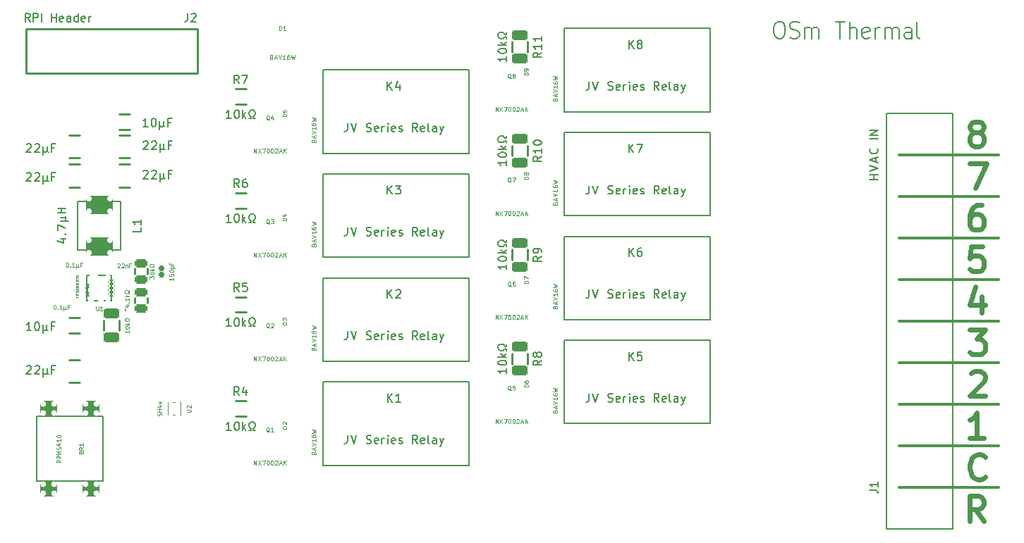
<source format=gbr>
G04 --- HEADER BEGIN --- *
G04 #@! TF.GenerationSoftware,LibrePCB,LibrePCB,1.0.0*
G04 #@! TF.CreationDate,2024-05-06T14:58:10*
G04 #@! TF.ProjectId,OSm Thermal,b11a65fa-6c4c-431c-8545-341aca355aaf,v1.7*
G04 #@! TF.Part,Single*
G04 #@! TF.SameCoordinates*
G04 #@! TF.FileFunction,Legend,Top*
G04 #@! TF.FilePolarity,Positive*
%FSLAX66Y66*%
%MOMM*%
G01*
G75*
G04 --- HEADER END --- *
G04 --- APERTURE LIST BEGIN --- *
%ADD10C,0.2*%
%ADD11C,0.25*%
%ADD12C,0.1*%
%ADD13C,0.3*%
%ADD14C,0.6*%
%ADD15C,0.08*%
%ADD16O,2.0X1.5*%
%AMROUNDEDRECT17*20,1,1.1,-0.225,0.0,0.225,0.0,0.0*20,1,0.45,-0.55,0.0,0.55,0.0,0.0*1,1,0.65,-0.225,0.225*1,1,0.65,0.225,0.225*1,1,0.65,0.225,-0.225*1,1,0.65,-0.225,-0.225*%
%ADD17ROUNDEDRECT17*%
%AMROUNDEDRECT18*20,1,2.2,-1.25,0.0,1.25,0.0,0.0*20,1,1.5,-1.6,0.0,1.6,0.0,0.0*1,1,0.7,-1.25,0.75*1,1,0.7,1.25,0.75*1,1,0.7,1.25,-0.75*1,1,0.7,-1.25,-0.75*%
%ADD18ROUNDEDRECT18*%
%AMROUNDEDRECT19*20,1,0.45,-0.2375,0.0,0.2375,0.0,0.0*20,1,0.125,-0.4,0.0,0.4,0.0,0.0*1,1,0.325,-0.2375,0.0625*1,1,0.325,0.2375,0.0625*1,1,0.325,0.2375,-0.0625*1,1,0.325,-0.2375,-0.0625*%
%ADD19ROUNDEDRECT19*%
%AMROUNDEDRECT20*20,1,0.45,-0.2375,0.0,0.2375,0.0,90.0*20,1,0.125,-0.4,0.0,0.4,0.0,90.0*1,1,0.325,-0.0625,-0.2375*1,1,0.325,-0.0625,0.2375*1,1,0.325,0.0625,0.2375*1,1,0.325,0.0625,-0.2375*%
%ADD20ROUNDEDRECT20*%
%AMROUNDEDRECT21*20,1,0.45,-0.2875,0.0,0.2875,0.0,0.0*20,1,0.125,-0.45,0.0,0.45,0.0,0.0*1,1,0.325,-0.2875,0.0625*1,1,0.325,0.2875,0.0625*1,1,0.325,0.2875,-0.0625*1,1,0.325,-0.2875,-0.0625*%
%ADD21ROUNDEDRECT21*%
%AMOUTLINE22*4,1,32,0.125881,-1.196593,0.175881,-1.183196,0.220711,-1.157314,0.257314,-1.120711,0.283196,-1.075881,0.296593,-1.025881,0.3,-1.0,0.3,1.0,0.296593,1.025881,0.283196,1.075881,0.257314,1.120711,0.220711,1.157314,0.175881,1.183196,0.125881,1.196593,0.1,1.2,-0.1,1.2,-0.125881,1.196593,-0.175881,1.183196,-0.220711,1.157314,-0.257314,1.120711,-0.283196,1.075881,-0.296593,1.025881,-0.3,1.0,-0.3,-1.0,-0.296593,-1.025881,-0.283196,-1.075881,-0.257314,-1.120711,-0.220711,-1.157314,-0.175881,-1.183196,-0.125881,-1.196593,-0.1,-1.2,0.1,-1.2,0.125881,-1.196593,180.0*%
%ADD22OUTLINE22*%
%AMROUNDEDRECT23*20,1,0.45,-0.8375,0.0,0.8375,0.0,90.0*20,1,0.125,-1.0,0.0,1.0,0.0,90.0*1,1,0.325,-0.0625,-0.8375*1,1,0.325,-0.0625,0.8375*1,1,0.325,0.0625,0.8375*1,1,0.325,0.0625,-0.8375*%
%ADD23ROUNDEDRECT23*%
%AMROUNDEDRECT24*20,1,0.6,-1.0,0.0,1.0,0.0,90.0*20,1,0.2,-1.2,0.0,1.2,0.0,90.0*1,1,0.4,-0.1,-1.0*1,1,0.4,-0.1,1.0*1,1,0.4,0.1,1.0*1,1,0.4,0.1,-1.0*%
%ADD24ROUNDEDRECT24*%
%AMROUNDEDRECT25*20,1,0.95,-0.625,0.0,0.625,0.0,0.0*20,1,0.75,-0.725,0.0,0.725,0.0,0.0*1,1,0.2,-0.625,0.375*1,1,0.2,0.625,0.375*1,1,0.2,0.625,-0.375*1,1,0.2,-0.625,-0.375*%
%ADD25ROUNDEDRECT25*%
%AMROUNDEDRECT26*20,1,1.25,-0.8,0.0,0.8,0.0,0.0*20,1,1.05,-0.9,0.0,0.9,0.0,0.0*1,1,0.2,-0.8,0.525*1,1,0.2,0.8,0.525*1,1,0.2,0.8,-0.525*1,1,0.2,-0.8,-0.525*%
%ADD26ROUNDEDRECT26*%
%AMROUNDEDRECT27*20,1,0.6,-0.25,0.0,0.25,0.0,90.0*20,1,0.4,-0.35,0.0,0.35,0.0,90.0*1,1,0.2,-0.2,-0.25*1,1,0.2,-0.2,0.25*1,1,0.2,0.2,0.25*1,1,0.2,0.2,-0.25*%
%ADD27ROUNDEDRECT27*%
%AMROUNDEDRECT28*20,1,1.25,-0.8,0.0,0.8,0.0,90.0*20,1,1.05,-0.9,0.0,0.9,0.0,90.0*1,1,0.2,-0.525,-0.8*1,1,0.2,-0.525,0.8*1,1,0.2,0.525,0.8*1,1,0.2,0.525,-0.8*%
%ADD28ROUNDEDRECT28*%
%AMROUNDEDRECT29*20,1,1.25,-1.25,0.0,1.25,0.0,90.0*20,1,1.05,-1.35,0.0,1.35,0.0,90.0*1,1,0.2,-0.525,-1.25*1,1,0.2,-0.525,1.25*1,1,0.2,0.525,1.25*1,1,0.2,0.525,-1.25*%
%ADD29ROUNDEDRECT29*%
%AMROUNDEDRECT30*20,1,0.9,-0.175,0.0,0.175,0.0,0.0*20,1,0.35,-0.45,0.0,0.45,0.0,0.0*1,1,0.55,-0.175,0.175*1,1,0.55,0.175,0.175*1,1,0.55,0.175,-0.175*1,1,0.55,-0.175,-0.175*%
%ADD30ROUNDEDRECT30*%
%AMROUNDEDRECT31*20,1,1.8,-0.652,0.0,0.652,0.0,0.0*20,1,1.104,-1.0,0.0,1.0,0.0,0.0*1,1,0.696,-0.652,0.552*1,1,0.696,0.652,0.552*1,1,0.696,0.652,-0.552*1,1,0.696,-0.652,-0.552*%
%ADD31ROUNDEDRECT31*%
%ADD32O,1.787X2.39*%
%AMROUNDEDRECT33*20,1,1.787,-1.095,0.0,1.095,0.0,90.0*20,1,1.587,-1.195,0.0,1.195,0.0,90.0*1,1,0.2,-0.7935,-1.095*1,1,0.2,-0.7935,1.095*1,1,0.2,0.7935,1.095*1,1,0.2,0.7935,-1.095*%
%ADD33ROUNDEDRECT33*%
%AMROUNDEDRECT34*20,1,0.5,-0.175,0.0,0.175,0.0,90.0*20,1,0.15,-0.35,0.0,0.35,0.0,90.0*1,1,0.35,-0.075,-0.175*1,1,0.35,-0.075,0.175*1,1,0.35,0.075,0.175*1,1,0.35,0.075,-0.175*%
%ADD34ROUNDEDRECT34*%
%ADD35O,2.2X3.0*%
%AMROUNDEDRECT36*20,1,0.6,-0.25,0.0,0.25,0.0,0.0*20,1,0.4,-0.35,0.0,0.35,0.0,0.0*1,1,0.2,-0.25,0.2*1,1,0.2,0.25,0.2*1,1,0.2,0.25,-0.2*1,1,0.2,-0.25,-0.2*%
%ADD36ROUNDEDRECT36*%
%ADD37C,2.95*%
G04 --- APERTURE LIST END --- *
G04 --- BOARD BEGIN --- *
D10*
G04 #@! TO.C,K1*
X58350000Y-47300000D02*
X75850000Y-47300000D01*
X75850000Y-57300000D01*
X58350000Y-57300000D01*
X58350000Y-47300000D01*
G04 #@! TO.C,L1*
X34100000Y-25600000D02*
X34100000Y-31400000D01*
X28900000Y-31400000D01*
X28900000Y-25600000D01*
X34100000Y-25600000D01*
G04 #@! TO.C,U1*
X33000000Y-37500000D02*
X30000000Y-37500000D01*
X30000000Y-34500000D01*
X33000000Y-34500000D01*
X33000000Y-37500000D01*
D11*
G04 #@! TO.C,R2*
X35750000Y-33675000D02*
X35750000Y-34325000D01*
X37250000Y-33675000D02*
X37250000Y-34325000D01*
G04 #@! TO.C,R10*
X82925000Y-18875000D02*
X82925000Y-20125000D01*
X81075000Y-18875000D02*
X81075000Y-20125000D01*
G04 #@! TO.C,C4*
X27875000Y-39575000D02*
X29125000Y-39575000D01*
X27875000Y-41425000D02*
X29125000Y-41425000D01*
G04 #@! TO.C,C7*
X29125000Y-20375000D02*
X27875000Y-20375000D01*
X29125000Y-17625000D02*
X27875000Y-17625000D01*
G04 #@! TO.C,R3*
X35750000Y-37175000D02*
X35750000Y-37825000D01*
X37250000Y-37175000D02*
X37250000Y-37825000D01*
G04 #@! TO.C,R1*
X32075000Y-41125000D02*
X32075000Y-39875000D01*
X33925000Y-41125000D02*
X33925000Y-39875000D01*
G04 #@! TO.C,C3*
X27875000Y-44625000D02*
X29125000Y-44625000D01*
X27875000Y-47375000D02*
X29125000Y-47375000D01*
D10*
G04 #@! TO.C,BR1*
X31950000Y-51400000D02*
X31950000Y-59200000D01*
X23950000Y-59200000D01*
X23950000Y-51400000D01*
X31950000Y-51400000D01*
D11*
G04 #@! TO.C,R5*
X47875000Y-37075000D02*
X49125000Y-37075000D01*
X47875000Y-38925000D02*
X49125000Y-38925000D01*
D10*
G04 #@! TO.C,K2*
X58350000Y-34800000D02*
X75850000Y-34800000D01*
X75850000Y-44800000D01*
X58350000Y-44800000D01*
X58350000Y-34800000D01*
G04 #@! TO.C,K5*
X87350000Y-42300000D02*
X104850000Y-42300000D01*
X104850000Y-52300000D01*
X87350000Y-52300000D01*
X87350000Y-42300000D01*
G04 #@! TO.C,K4*
X58350000Y-9800000D02*
X75850000Y-9800000D01*
X75850000Y-19800000D01*
X58350000Y-19800000D01*
X58350000Y-9800000D01*
D11*
G04 #@! TO.C,C10*
X29125000Y-23875000D02*
X27875000Y-23875000D01*
X29125000Y-21125000D02*
X27875000Y-21125000D01*
D10*
G04 #@! TO.C,K6*
X87350000Y-29800000D02*
X104850000Y-29800000D01*
X104850000Y-39800000D01*
X87350000Y-39800000D01*
X87350000Y-29800000D01*
G04 #@! TO.C,K3*
X58350000Y-22300000D02*
X75850000Y-22300000D01*
X75850000Y-32300000D01*
X58350000Y-32300000D01*
X58350000Y-22300000D01*
D11*
G04 #@! TO.C,J2*
X43285000Y-4835000D02*
X43285000Y-10165000D01*
X22715000Y-10165000D01*
X22715000Y-4835000D01*
X43285000Y-4835000D01*
G04 #@! TO.C,R4*
X47875000Y-49575000D02*
X49125000Y-49575000D01*
X47875000Y-51425000D02*
X49125000Y-51425000D01*
G04 #@! TO.C,R7*
X47875000Y-12075000D02*
X49125000Y-12075000D01*
X47875000Y-13925000D02*
X49125000Y-13925000D01*
G04 #@! TO.C,C6*
X33875000Y-15075000D02*
X35125000Y-15075000D01*
X33875000Y-16925000D02*
X35125000Y-16925000D01*
G04 #@! TO.C,R11*
X82925000Y-6375000D02*
X82925000Y-7625000D01*
X81075000Y-6375000D02*
X81075000Y-7625000D01*
G04 #@! TO.C,R8*
X82925000Y-43875000D02*
X82925000Y-45125000D01*
X81075000Y-43875000D02*
X81075000Y-45125000D01*
D12*
G04 #@! TO.C,U2*
X41250000Y-49750000D02*
X41250000Y-51250000D01*
X39750000Y-51250000D01*
X39750000Y-49750000D01*
X41250000Y-49750000D01*
D10*
G04 #@! TO.C,J1*
X126000000Y-65000000D02*
X126000000Y-15000000D01*
X134000000Y-15000000D01*
X134000000Y-65000000D01*
X126000000Y-65000000D01*
D11*
G04 #@! TO.C,R6*
X47875000Y-24575000D02*
X49125000Y-24575000D01*
X47875000Y-26425000D02*
X49125000Y-26425000D01*
G04 #@! TO.C,R9*
X82925000Y-31375000D02*
X82925000Y-32625000D01*
X81075000Y-31375000D02*
X81075000Y-32625000D01*
G04 #@! TO.C,C9*
X33875000Y-21125000D02*
X35125000Y-21125000D01*
X33875000Y-23875000D02*
X35125000Y-23875000D01*
G04 #@! TO.C,C8*
X33875000Y-17625000D02*
X35125000Y-17625000D01*
X33875000Y-20375000D02*
X35125000Y-20375000D01*
D10*
G04 #@! TO.C,K7*
X87350000Y-17300000D02*
X104850000Y-17300000D01*
X104850000Y-27300000D01*
X87350000Y-27300000D01*
X87350000Y-17300000D01*
G04 #@! TO.C,K8*
X87350000Y-4800000D02*
X104850000Y-4800000D01*
X104850000Y-14800000D01*
X87350000Y-14800000D01*
X87350000Y-4800000D01*
G04 #@! TD*
X112975556Y-4000000D02*
X113357778Y-4000000D01*
X113546667Y-4095556D01*
X113737778Y-4286667D01*
X113833333Y-4666667D01*
X113833333Y-5333333D01*
X113737778Y-5713333D01*
X113546667Y-5904444D01*
X113357778Y-6000000D01*
X112975556Y-6000000D01*
X112786667Y-5904444D01*
X112595556Y-5713333D01*
X112500000Y-5333333D01*
X112500000Y-4666667D01*
X112595556Y-4286667D01*
X112786667Y-4095556D01*
X112975556Y-4000000D01*
X114433333Y-5904444D02*
X114720000Y-6000000D01*
X115195555Y-6000000D01*
X115386666Y-5904444D01*
X115480000Y-5808889D01*
X115575555Y-5620000D01*
X115575555Y-5428889D01*
X115480000Y-5237778D01*
X115386666Y-5142222D01*
X115195555Y-5046667D01*
X114813333Y-4953333D01*
X114624444Y-4857778D01*
X114528889Y-4762222D01*
X114433333Y-4571111D01*
X114433333Y-4380000D01*
X114528889Y-4191111D01*
X114624444Y-4095556D01*
X114813333Y-4000000D01*
X115291111Y-4000000D01*
X115575555Y-4095556D01*
X116175555Y-6000000D02*
X116175555Y-4666667D01*
X116175555Y-4857778D02*
X116271111Y-4762222D01*
X116462222Y-4666667D01*
X116746666Y-4666667D01*
X116937777Y-4762222D01*
X117033333Y-4953333D01*
X117033333Y-6000000D01*
X117033333Y-4953333D02*
X117128888Y-4762222D01*
X117317777Y-4666667D01*
X117604444Y-4666667D01*
X117795555Y-4762222D01*
X117888888Y-4953333D01*
X117888888Y-6000000D01*
X119888887Y-4000000D02*
X121031109Y-4000000D01*
X120459998Y-6000000D02*
X120459998Y-4000000D01*
X121631109Y-6000000D02*
X121631109Y-4000000D01*
X122488887Y-6000000D02*
X122488887Y-4953333D01*
X122393331Y-4762222D01*
X122202220Y-4666667D01*
X121917776Y-4666667D01*
X121726665Y-4762222D01*
X121631109Y-4857778D01*
X123946665Y-5904444D02*
X123755554Y-6000000D01*
X123375554Y-6000000D01*
X123184443Y-5904444D01*
X123088887Y-5713333D01*
X123088887Y-4953333D01*
X123184443Y-4762222D01*
X123375554Y-4666667D01*
X123755554Y-4666667D01*
X123946665Y-4762222D01*
X124042220Y-4953333D01*
X124042220Y-5142222D01*
X123088887Y-5333333D01*
X124642220Y-6000000D02*
X124642220Y-4666667D01*
X124642220Y-5046667D02*
X124737776Y-4857778D01*
X124833331Y-4762222D01*
X125022220Y-4666667D01*
X125213331Y-4666667D01*
X125813331Y-6000000D02*
X125813331Y-4666667D01*
X125813331Y-4857778D02*
X125908887Y-4762222D01*
X126099998Y-4666667D01*
X126384442Y-4666667D01*
X126575553Y-4762222D01*
X126671109Y-4953333D01*
X126671109Y-6000000D01*
X126671109Y-4953333D02*
X126766664Y-4762222D01*
X126955553Y-4666667D01*
X127242220Y-4666667D01*
X127433331Y-4762222D01*
X127526664Y-4953333D01*
X127526664Y-6000000D01*
X129079997Y-6000000D02*
X129079997Y-4953333D01*
X128984442Y-4762222D01*
X128793331Y-4666667D01*
X128413331Y-4666667D01*
X128222220Y-4762222D01*
X129079997Y-5904444D02*
X128888886Y-6000000D01*
X128413331Y-6000000D01*
X128222220Y-5904444D01*
X128126664Y-5713333D01*
X128126664Y-5524444D01*
X128222220Y-5333333D01*
X128413331Y-5237778D01*
X128888886Y-5237778D01*
X129079997Y-5142222D01*
X129966664Y-6000000D02*
X129775553Y-5904444D01*
X129679997Y-5713333D01*
X129679997Y-4000000D01*
G04 #@! TO.C,K1*
X66128889Y-49700000D02*
X66128889Y-48700000D01*
X66700000Y-49700000D02*
X66272222Y-49128889D01*
X66700000Y-48700000D02*
X66128889Y-49271111D01*
X67671111Y-49700000D02*
X67100000Y-49700000D01*
X67385556Y-49700000D02*
X67385556Y-48700000D01*
X67290000Y-48843333D01*
X67195556Y-48937778D01*
X67100000Y-48985556D01*
D12*
G04 #@! TO.C,D6*
X83000000Y-47885556D02*
X82500000Y-47885556D01*
X82500000Y-47766667D01*
X82523889Y-47695000D01*
X82571667Y-47647223D01*
X82618889Y-47623889D01*
X82714444Y-47600000D01*
X82785556Y-47600000D01*
X82881111Y-47623889D01*
X82928333Y-47647223D01*
X82976111Y-47695000D01*
X83000000Y-47766667D01*
X83000000Y-47885556D01*
X82500000Y-47161667D02*
X82500000Y-47257222D01*
X82523889Y-47305000D01*
X82547778Y-47328333D01*
X82618889Y-47376111D01*
X82714444Y-47400000D01*
X82905000Y-47400000D01*
X82952222Y-47376111D01*
X82976111Y-47352222D01*
X83000000Y-47305000D01*
X83000000Y-47209444D01*
X82976111Y-47161667D01*
X82952222Y-47138333D01*
X82905000Y-47114444D01*
X82785556Y-47114444D01*
X82738333Y-47138333D01*
X82714444Y-47161667D01*
X82690556Y-47209444D01*
X82690556Y-47305000D01*
X82714444Y-47352222D01*
X82738333Y-47376111D01*
X82785556Y-47400000D01*
D10*
G04 #@! TO.C,L1*
X36500000Y-28747222D02*
X36500000Y-29223889D01*
X35500000Y-29223889D01*
X36500000Y-27776111D02*
X36500000Y-28347222D01*
X36500000Y-28061666D02*
X35500000Y-28061666D01*
X35643333Y-28157222D01*
X35737778Y-28251666D01*
X35785556Y-28347222D01*
D12*
G04 #@! TO.C,D7*
X83000000Y-35409444D02*
X82500000Y-35409444D01*
X82500000Y-35290555D01*
X82523889Y-35218888D01*
X82571667Y-35171111D01*
X82618889Y-35147777D01*
X82714444Y-35123888D01*
X82785556Y-35123888D01*
X82881111Y-35147777D01*
X82928333Y-35171111D01*
X82976111Y-35218888D01*
X83000000Y-35290555D01*
X83000000Y-35409444D01*
X82500000Y-34923888D02*
X82500000Y-34590555D01*
X83000000Y-34804999D01*
G04 #@! TO.C,D9*
X83000000Y-10385556D02*
X82500000Y-10385556D01*
X82500000Y-10266667D01*
X82523889Y-10195000D01*
X82571667Y-10147223D01*
X82618889Y-10123889D01*
X82714444Y-10100000D01*
X82785556Y-10100000D01*
X82881111Y-10123889D01*
X82928333Y-10147223D01*
X82976111Y-10195000D01*
X83000000Y-10266667D01*
X83000000Y-10385556D01*
X83000000Y-9852222D02*
X83000000Y-9757222D01*
X82976111Y-9709444D01*
X82952222Y-9685556D01*
X82881111Y-9638333D01*
X82785556Y-9614444D01*
X82595000Y-9614444D01*
X82547778Y-9638333D01*
X82523889Y-9661667D01*
X82500000Y-9709444D01*
X82500000Y-9805000D01*
X82523889Y-9852222D01*
X82547778Y-9876111D01*
X82595000Y-9900000D01*
X82714444Y-9900000D01*
X82761667Y-9876111D01*
X82785556Y-9852222D01*
X82809444Y-9805000D01*
X82809444Y-9709444D01*
X82785556Y-9661667D01*
X82761667Y-9638333D01*
X82714444Y-9614444D01*
G04 #@! TO.C,U1*
X31114444Y-38200000D02*
X31114444Y-38605000D01*
X31138333Y-38652222D01*
X31162222Y-38676111D01*
X31209444Y-38700000D01*
X31305000Y-38700000D01*
X31352777Y-38676111D01*
X31376111Y-38652222D01*
X31400000Y-38605000D01*
X31400000Y-38200000D01*
X31885556Y-38700000D02*
X31600000Y-38700000D01*
X31742778Y-38700000D02*
X31742778Y-38200000D01*
X31695000Y-38271667D01*
X31647778Y-38318889D01*
X31600000Y-38342778D01*
D10*
G04 #@! TO.C,R10*
X84600000Y-20185555D02*
X84123333Y-20518888D01*
X84600000Y-20756666D02*
X83600000Y-20756666D01*
X83600000Y-20375555D01*
X83647778Y-20279999D01*
X83695556Y-20233333D01*
X83790000Y-20185555D01*
X83933333Y-20185555D01*
X84028889Y-20233333D01*
X84076667Y-20279999D01*
X84123333Y-20375555D01*
X84123333Y-20756666D01*
X84600000Y-19214444D02*
X84600000Y-19785555D01*
X84600000Y-19499999D02*
X83600000Y-19499999D01*
X83743333Y-19595555D01*
X83837778Y-19689999D01*
X83885556Y-19785555D01*
X83600000Y-18576666D02*
X83600000Y-18481111D01*
X83647778Y-18385555D01*
X83695556Y-18337777D01*
X83790000Y-18291111D01*
X83981111Y-18243333D01*
X84218889Y-18243333D01*
X84410000Y-18291111D01*
X84504444Y-18337777D01*
X84552222Y-18385555D01*
X84600000Y-18481111D01*
X84600000Y-18576666D01*
X84552222Y-18671111D01*
X84504444Y-18718888D01*
X84410000Y-18766666D01*
X84218889Y-18814444D01*
X83981111Y-18814444D01*
X83790000Y-18766666D01*
X83695556Y-18718888D01*
X83647778Y-18671111D01*
X83600000Y-18576666D01*
D12*
G04 #@! TO.C,Q2*
X51923889Y-40797778D02*
X51876111Y-40773889D01*
X51828334Y-40726111D01*
X51757223Y-40655000D01*
X51709445Y-40631111D01*
X51661667Y-40631111D01*
X51685556Y-40750000D02*
X51638334Y-40726111D01*
X51590556Y-40678333D01*
X51566667Y-40583333D01*
X51566667Y-40416667D01*
X51590556Y-40321667D01*
X51638334Y-40273889D01*
X51685556Y-40250000D01*
X51781111Y-40250000D01*
X51828334Y-40273889D01*
X51876111Y-40321667D01*
X51900000Y-40416667D01*
X51900000Y-40583333D01*
X51876111Y-40678333D01*
X51828334Y-40726111D01*
X51781111Y-40750000D01*
X51685556Y-40750000D01*
X52147778Y-40297778D02*
X52171667Y-40273889D01*
X52218889Y-40250000D01*
X52338333Y-40250000D01*
X52385556Y-40273889D01*
X52409445Y-40297778D01*
X52433333Y-40345000D01*
X52433333Y-40392778D01*
X52409445Y-40464444D01*
X52123889Y-40750000D01*
X52433333Y-40750000D01*
G04 #@! TO.C,BR1*
X29338333Y-55761667D02*
X29361667Y-55690001D01*
X29385556Y-55666667D01*
X29433333Y-55642778D01*
X29505000Y-55642778D01*
X29552222Y-55666667D01*
X29576111Y-55690001D01*
X29600000Y-55737778D01*
X29600000Y-55928334D01*
X29100000Y-55928334D01*
X29100000Y-55761667D01*
X29123889Y-55713890D01*
X29147778Y-55690001D01*
X29195000Y-55666667D01*
X29242778Y-55666667D01*
X29290556Y-55690001D01*
X29314444Y-55713890D01*
X29338333Y-55761667D01*
X29338333Y-55928334D01*
X29600000Y-55157222D02*
X29361667Y-55323889D01*
X29600000Y-55442778D02*
X29100000Y-55442778D01*
X29100000Y-55252222D01*
X29123889Y-55204445D01*
X29147778Y-55181111D01*
X29195000Y-55157222D01*
X29266667Y-55157222D01*
X29314444Y-55181111D01*
X29338333Y-55204445D01*
X29361667Y-55252222D01*
X29361667Y-55442778D01*
X29600000Y-54671666D02*
X29600000Y-54957222D01*
X29600000Y-54814444D02*
X29100000Y-54814444D01*
X29171667Y-54862222D01*
X29218889Y-54909444D01*
X29242778Y-54957222D01*
D10*
G04 #@! TO.C,R5*
X48300000Y-36400000D02*
X47966667Y-35923333D01*
X47728889Y-36400000D02*
X47728889Y-35400000D01*
X48110000Y-35400000D01*
X48205556Y-35447778D01*
X48252222Y-35495556D01*
X48300000Y-35590000D01*
X48300000Y-35733333D01*
X48252222Y-35828889D01*
X48205556Y-35876667D01*
X48110000Y-35923333D01*
X47728889Y-35923333D01*
X49223333Y-35400000D02*
X48747778Y-35400000D01*
X48700000Y-35876667D01*
X48747778Y-35828889D01*
X48843333Y-35781111D01*
X49081111Y-35781111D01*
X49176667Y-35828889D01*
X49223333Y-35876667D01*
X49271111Y-35971111D01*
X49271111Y-36210000D01*
X49223333Y-36304444D01*
X49176667Y-36352222D01*
X49081111Y-36400000D01*
X48843333Y-36400000D01*
X48747778Y-36352222D01*
X48700000Y-36304444D01*
G04 #@! TO.C,K2*
X66105000Y-37200000D02*
X66105000Y-36200000D01*
X66676111Y-37200000D02*
X66248333Y-36628889D01*
X66676111Y-36200000D02*
X66105000Y-36771111D01*
X67123889Y-36295556D02*
X67171667Y-36247778D01*
X67266111Y-36200000D01*
X67505000Y-36200000D01*
X67599444Y-36247778D01*
X67647222Y-36295556D01*
X67695000Y-36390000D01*
X67695000Y-36485556D01*
X67647222Y-36628889D01*
X67076111Y-37200000D01*
X67695000Y-37200000D01*
G04 #@! TO.C,K5*
X95128889Y-44700000D02*
X95128889Y-43700000D01*
X95700000Y-44700000D02*
X95272222Y-44128889D01*
X95700000Y-43700000D02*
X95128889Y-44271111D01*
X96623333Y-43700000D02*
X96147778Y-43700000D01*
X96100000Y-44176667D01*
X96147778Y-44128889D01*
X96243333Y-44081111D01*
X96481111Y-44081111D01*
X96576667Y-44128889D01*
X96623333Y-44176667D01*
X96671111Y-44271111D01*
X96671111Y-44510000D01*
X96623333Y-44604444D01*
X96576667Y-44652222D01*
X96481111Y-44700000D01*
X96243333Y-44700000D01*
X96147778Y-44652222D01*
X96100000Y-44604444D01*
G04 #@! TO.C,K4*
X66105000Y-12200000D02*
X66105000Y-11200000D01*
X66676111Y-12200000D02*
X66248333Y-11628889D01*
X66676111Y-11200000D02*
X66105000Y-11771111D01*
X67552778Y-11533333D02*
X67552778Y-12200000D01*
X67313889Y-11152222D02*
X67076111Y-11866667D01*
X67695000Y-11866667D01*
D12*
G04 #@! TO.C,Q5*
X80935833Y-48297778D02*
X80888055Y-48273889D01*
X80840278Y-48226111D01*
X80769167Y-48155000D01*
X80721389Y-48131111D01*
X80673611Y-48131111D01*
X80697500Y-48250000D02*
X80650278Y-48226111D01*
X80602500Y-48178333D01*
X80578611Y-48083333D01*
X80578611Y-47916667D01*
X80602500Y-47821667D01*
X80650278Y-47773889D01*
X80697500Y-47750000D01*
X80793055Y-47750000D01*
X80840278Y-47773889D01*
X80888055Y-47821667D01*
X80911944Y-47916667D01*
X80911944Y-48083333D01*
X80888055Y-48178333D01*
X80840278Y-48226111D01*
X80793055Y-48250000D01*
X80697500Y-48250000D01*
X81397500Y-47750000D02*
X81159722Y-47750000D01*
X81135833Y-47988333D01*
X81159722Y-47964444D01*
X81207500Y-47940556D01*
X81326389Y-47940556D01*
X81374166Y-47964444D01*
X81397500Y-47988333D01*
X81421389Y-48035556D01*
X81421389Y-48155000D01*
X81397500Y-48202222D01*
X81374166Y-48226111D01*
X81326389Y-48250000D01*
X81207500Y-48250000D01*
X81159722Y-48226111D01*
X81135833Y-48202222D01*
G04 #@! TO.C,D3*
X54000000Y-40397500D02*
X53500000Y-40397500D01*
X53500000Y-40278611D01*
X53523889Y-40206944D01*
X53571667Y-40159167D01*
X53618889Y-40135833D01*
X53714444Y-40111944D01*
X53785556Y-40111944D01*
X53881111Y-40135833D01*
X53928333Y-40159167D01*
X53976111Y-40206944D01*
X54000000Y-40278611D01*
X54000000Y-40397500D01*
X53500000Y-39911944D02*
X53500000Y-39602500D01*
X53690556Y-39769166D01*
X53690556Y-39697500D01*
X53714444Y-39650277D01*
X53738333Y-39626388D01*
X53785556Y-39602500D01*
X53905000Y-39602500D01*
X53952222Y-39626388D01*
X53976111Y-39650277D01*
X54000000Y-39697500D01*
X54000000Y-39840277D01*
X53976111Y-39888055D01*
X53952222Y-39911944D01*
D10*
G04 #@! TO.C,K6*
X95128889Y-32200000D02*
X95128889Y-31200000D01*
X95700000Y-32200000D02*
X95272222Y-31628889D01*
X95700000Y-31200000D02*
X95128889Y-31771111D01*
X96576667Y-31200000D02*
X96385556Y-31200000D01*
X96290000Y-31247778D01*
X96243333Y-31295556D01*
X96147778Y-31437778D01*
X96100000Y-31628889D01*
X96100000Y-32010000D01*
X96147778Y-32104444D01*
X96195556Y-32152222D01*
X96290000Y-32200000D01*
X96481111Y-32200000D01*
X96576667Y-32152222D01*
X96623333Y-32104444D01*
X96671111Y-32010000D01*
X96671111Y-31771111D01*
X96623333Y-31676667D01*
X96576667Y-31628889D01*
X96481111Y-31581111D01*
X96290000Y-31581111D01*
X96195556Y-31628889D01*
X96147778Y-31676667D01*
X96100000Y-31771111D01*
G04 #@! TO.C,K3*
X66105000Y-24700000D02*
X66105000Y-23700000D01*
X66676111Y-24700000D02*
X66248333Y-24128889D01*
X66676111Y-23700000D02*
X66105000Y-24271111D01*
X67076111Y-23700000D02*
X67695000Y-23700000D01*
X67361667Y-24081111D01*
X67505000Y-24081111D01*
X67599444Y-24128889D01*
X67647222Y-24176667D01*
X67695000Y-24271111D01*
X67695000Y-24510000D01*
X67647222Y-24604444D01*
X67599444Y-24652222D01*
X67505000Y-24700000D01*
X67219444Y-24700000D01*
X67123889Y-24652222D01*
X67076111Y-24604444D01*
D12*
G04 #@! TO.C,D2*
X54000000Y-52897500D02*
X53500000Y-52897500D01*
X53500000Y-52778611D01*
X53523889Y-52706944D01*
X53571667Y-52659167D01*
X53618889Y-52635833D01*
X53714444Y-52611944D01*
X53785556Y-52611944D01*
X53881111Y-52635833D01*
X53928333Y-52659167D01*
X53976111Y-52706944D01*
X54000000Y-52778611D01*
X54000000Y-52897500D01*
X53547778Y-52388055D02*
X53523889Y-52364166D01*
X53500000Y-52316944D01*
X53500000Y-52197500D01*
X53523889Y-52150277D01*
X53547778Y-52126388D01*
X53595000Y-52102500D01*
X53642778Y-52102500D01*
X53714444Y-52126388D01*
X54000000Y-52411944D01*
X54000000Y-52102500D01*
D10*
G04 #@! TO.C,J2*
X42111111Y-3000000D02*
X42111111Y-3714444D01*
X42063333Y-3856667D01*
X41967778Y-3952222D01*
X41825556Y-4000000D01*
X41730000Y-4000000D01*
X42558889Y-3095556D02*
X42606667Y-3047778D01*
X42701111Y-3000000D01*
X42940000Y-3000000D01*
X43034444Y-3047778D01*
X43082222Y-3095556D01*
X43130000Y-3190000D01*
X43130000Y-3285556D01*
X43082222Y-3428889D01*
X42511111Y-4000000D01*
X43130000Y-4000000D01*
D12*
G04 #@! TO.C,Q4*
X51923889Y-15797778D02*
X51876111Y-15773889D01*
X51828334Y-15726111D01*
X51757223Y-15655000D01*
X51709445Y-15631111D01*
X51661667Y-15631111D01*
X51685556Y-15750000D02*
X51638334Y-15726111D01*
X51590556Y-15678333D01*
X51566667Y-15583333D01*
X51566667Y-15416667D01*
X51590556Y-15321667D01*
X51638334Y-15273889D01*
X51685556Y-15250000D01*
X51781111Y-15250000D01*
X51828334Y-15273889D01*
X51876111Y-15321667D01*
X51900000Y-15416667D01*
X51900000Y-15583333D01*
X51876111Y-15678333D01*
X51828334Y-15726111D01*
X51781111Y-15750000D01*
X51685556Y-15750000D01*
X52362222Y-15416667D02*
X52362222Y-15750000D01*
X52242778Y-15226111D02*
X52123889Y-15583333D01*
X52433333Y-15583333D01*
G04 #@! TO.C,D8*
X83000000Y-22885556D02*
X82500000Y-22885556D01*
X82500000Y-22766667D01*
X82523889Y-22695000D01*
X82571667Y-22647223D01*
X82618889Y-22623889D01*
X82714444Y-22600000D01*
X82785556Y-22600000D01*
X82881111Y-22623889D01*
X82928333Y-22647223D01*
X82976111Y-22695000D01*
X83000000Y-22766667D01*
X83000000Y-22885556D01*
X82714444Y-22305000D02*
X82690556Y-22352222D01*
X82666667Y-22376111D01*
X82618889Y-22400000D01*
X82595000Y-22400000D01*
X82547778Y-22376111D01*
X82523889Y-22352222D01*
X82500000Y-22305000D01*
X82500000Y-22209444D01*
X82523889Y-22161667D01*
X82547778Y-22138333D01*
X82595000Y-22114444D01*
X82618889Y-22114444D01*
X82666667Y-22138333D01*
X82690556Y-22161667D01*
X82714444Y-22209444D01*
X82714444Y-22305000D01*
X82738333Y-22352222D01*
X82761667Y-22376111D01*
X82809444Y-22400000D01*
X82905000Y-22400000D01*
X82952222Y-22376111D01*
X82976111Y-22352222D01*
X83000000Y-22305000D01*
X83000000Y-22209444D01*
X82976111Y-22161667D01*
X82952222Y-22138333D01*
X82905000Y-22114444D01*
X82809444Y-22114444D01*
X82761667Y-22138333D01*
X82738333Y-22161667D01*
X82714444Y-22209444D01*
D10*
G04 #@! TO.C,R4*
X48276111Y-48900000D02*
X47942778Y-48423333D01*
X47705000Y-48900000D02*
X47705000Y-47900000D01*
X48086111Y-47900000D01*
X48181667Y-47947778D01*
X48228333Y-47995556D01*
X48276111Y-48090000D01*
X48276111Y-48233333D01*
X48228333Y-48328889D01*
X48181667Y-48376667D01*
X48086111Y-48423333D01*
X47705000Y-48423333D01*
X49152778Y-48233333D02*
X49152778Y-48900000D01*
X48913889Y-47852222D02*
X48676111Y-48566667D01*
X49295000Y-48566667D01*
D12*
G04 #@! TO.C,Q8*
X80935833Y-10797778D02*
X80888055Y-10773889D01*
X80840278Y-10726111D01*
X80769167Y-10655000D01*
X80721389Y-10631111D01*
X80673611Y-10631111D01*
X80697500Y-10750000D02*
X80650278Y-10726111D01*
X80602500Y-10678333D01*
X80578611Y-10583333D01*
X80578611Y-10416667D01*
X80602500Y-10321667D01*
X80650278Y-10273889D01*
X80697500Y-10250000D01*
X80793055Y-10250000D01*
X80840278Y-10273889D01*
X80888055Y-10321667D01*
X80911944Y-10416667D01*
X80911944Y-10583333D01*
X80888055Y-10678333D01*
X80840278Y-10726111D01*
X80793055Y-10750000D01*
X80697500Y-10750000D01*
X81230833Y-10464444D02*
X81183611Y-10440556D01*
X81159722Y-10416667D01*
X81135833Y-10368889D01*
X81135833Y-10345000D01*
X81159722Y-10297778D01*
X81183611Y-10273889D01*
X81230833Y-10250000D01*
X81326389Y-10250000D01*
X81374166Y-10273889D01*
X81397500Y-10297778D01*
X81421389Y-10345000D01*
X81421389Y-10368889D01*
X81397500Y-10416667D01*
X81374166Y-10440556D01*
X81326389Y-10464444D01*
X81230833Y-10464444D01*
X81183611Y-10488333D01*
X81159722Y-10511667D01*
X81135833Y-10559444D01*
X81135833Y-10655000D01*
X81159722Y-10702222D01*
X81183611Y-10726111D01*
X81230833Y-10750000D01*
X81326389Y-10750000D01*
X81374166Y-10726111D01*
X81397500Y-10702222D01*
X81421389Y-10655000D01*
X81421389Y-10559444D01*
X81397500Y-10511667D01*
X81374166Y-10488333D01*
X81326389Y-10464444D01*
D10*
G04 #@! TO.C,R7*
X48252222Y-11400000D02*
X47918889Y-10923333D01*
X47681111Y-11400000D02*
X47681111Y-10400000D01*
X48062222Y-10400000D01*
X48157778Y-10447778D01*
X48204444Y-10495556D01*
X48252222Y-10590000D01*
X48252222Y-10733333D01*
X48204444Y-10828889D01*
X48157778Y-10876667D01*
X48062222Y-10923333D01*
X47681111Y-10923333D01*
X48652222Y-10400000D02*
X49318889Y-10400000D01*
X48890000Y-11400000D01*
D12*
G04 #@! TO.C,Q3*
X51923889Y-28297778D02*
X51876111Y-28273889D01*
X51828334Y-28226111D01*
X51757223Y-28155000D01*
X51709445Y-28131111D01*
X51661667Y-28131111D01*
X51685556Y-28250000D02*
X51638334Y-28226111D01*
X51590556Y-28178333D01*
X51566667Y-28083333D01*
X51566667Y-27916667D01*
X51590556Y-27821667D01*
X51638334Y-27773889D01*
X51685556Y-27750000D01*
X51781111Y-27750000D01*
X51828334Y-27773889D01*
X51876111Y-27821667D01*
X51900000Y-27916667D01*
X51900000Y-28083333D01*
X51876111Y-28178333D01*
X51828334Y-28226111D01*
X51781111Y-28250000D01*
X51685556Y-28250000D01*
X52123889Y-27750000D02*
X52433333Y-27750000D01*
X52266667Y-27940556D01*
X52338333Y-27940556D01*
X52385556Y-27964444D01*
X52409445Y-27988333D01*
X52433333Y-28035556D01*
X52433333Y-28155000D01*
X52409445Y-28202222D01*
X52385556Y-28226111D01*
X52338333Y-28250000D01*
X52195556Y-28250000D01*
X52147778Y-28226111D01*
X52123889Y-28202222D01*
D10*
G04 #@! TO.C,R11*
X84600000Y-7685555D02*
X84123333Y-8018888D01*
X84600000Y-8256666D02*
X83600000Y-8256666D01*
X83600000Y-7875555D01*
X83647778Y-7779999D01*
X83695556Y-7733333D01*
X83790000Y-7685555D01*
X83933333Y-7685555D01*
X84028889Y-7733333D01*
X84076667Y-7779999D01*
X84123333Y-7875555D01*
X84123333Y-8256666D01*
X84600000Y-6714444D02*
X84600000Y-7285555D01*
X84600000Y-6999999D02*
X83600000Y-6999999D01*
X83743333Y-7095555D01*
X83837778Y-7189999D01*
X83885556Y-7285555D01*
X84600000Y-5743333D02*
X84600000Y-6314444D01*
X84600000Y-6028888D02*
X83600000Y-6028888D01*
X83743333Y-6124444D01*
X83837778Y-6218888D01*
X83885556Y-6314444D01*
G04 #@! TO.C,R8*
X84600000Y-44700000D02*
X84123333Y-45033333D01*
X84600000Y-45271111D02*
X83600000Y-45271111D01*
X83600000Y-44890000D01*
X83647778Y-44794444D01*
X83695556Y-44747778D01*
X83790000Y-44700000D01*
X83933333Y-44700000D01*
X84028889Y-44747778D01*
X84076667Y-44794444D01*
X84123333Y-44890000D01*
X84123333Y-45271111D01*
X84028889Y-44110000D02*
X83981111Y-44204444D01*
X83933333Y-44252222D01*
X83837778Y-44300000D01*
X83790000Y-44300000D01*
X83695556Y-44252222D01*
X83647778Y-44204444D01*
X83600000Y-44110000D01*
X83600000Y-43918889D01*
X83647778Y-43823333D01*
X83695556Y-43776667D01*
X83790000Y-43728889D01*
X83837778Y-43728889D01*
X83933333Y-43776667D01*
X83981111Y-43823333D01*
X84028889Y-43918889D01*
X84028889Y-44110000D01*
X84076667Y-44204444D01*
X84123333Y-44252222D01*
X84218889Y-44300000D01*
X84410000Y-44300000D01*
X84504444Y-44252222D01*
X84552222Y-44204444D01*
X84600000Y-44110000D01*
X84600000Y-43918889D01*
X84552222Y-43823333D01*
X84504444Y-43776667D01*
X84410000Y-43728889D01*
X84218889Y-43728889D01*
X84123333Y-43776667D01*
X84076667Y-43823333D01*
X84028889Y-43918889D01*
D12*
G04 #@! TO.C,D4*
X54000000Y-27897500D02*
X53500000Y-27897500D01*
X53500000Y-27778611D01*
X53523889Y-27706944D01*
X53571667Y-27659167D01*
X53618889Y-27635833D01*
X53714444Y-27611944D01*
X53785556Y-27611944D01*
X53881111Y-27635833D01*
X53928333Y-27659167D01*
X53976111Y-27706944D01*
X54000000Y-27778611D01*
X54000000Y-27897500D01*
X53666667Y-27173611D02*
X54000000Y-27173611D01*
X53476111Y-27293055D02*
X53833333Y-27411944D01*
X53833333Y-27102500D01*
G04 #@! TO.C,Q1*
X51935833Y-53297778D02*
X51888055Y-53273889D01*
X51840278Y-53226111D01*
X51769167Y-53155000D01*
X51721389Y-53131111D01*
X51673611Y-53131111D01*
X51697500Y-53250000D02*
X51650278Y-53226111D01*
X51602500Y-53178333D01*
X51578611Y-53083333D01*
X51578611Y-52916667D01*
X51602500Y-52821667D01*
X51650278Y-52773889D01*
X51697500Y-52750000D01*
X51793055Y-52750000D01*
X51840278Y-52773889D01*
X51888055Y-52821667D01*
X51911944Y-52916667D01*
X51911944Y-53083333D01*
X51888055Y-53178333D01*
X51840278Y-53226111D01*
X51793055Y-53250000D01*
X51697500Y-53250000D01*
X52421389Y-53250000D02*
X52135833Y-53250000D01*
X52278611Y-53250000D02*
X52278611Y-52750000D01*
X52230833Y-52821667D01*
X52183611Y-52868889D01*
X52135833Y-52892778D01*
G04 #@! TO.C,U2*
X42000000Y-50897500D02*
X42405000Y-50897500D01*
X42452222Y-50873611D01*
X42476111Y-50849722D01*
X42500000Y-50802500D01*
X42500000Y-50706944D01*
X42476111Y-50659167D01*
X42452222Y-50635833D01*
X42405000Y-50611944D01*
X42000000Y-50611944D01*
X42047778Y-50388055D02*
X42023889Y-50364166D01*
X42000000Y-50316944D01*
X42000000Y-50197500D01*
X42023889Y-50150277D01*
X42047778Y-50126388D01*
X42095000Y-50102500D01*
X42142778Y-50102500D01*
X42214444Y-50126388D01*
X42500000Y-50411944D01*
X42500000Y-50102500D01*
G04 #@! TO.C,Q7*
X80911945Y-23297778D02*
X80864167Y-23273889D01*
X80816390Y-23226111D01*
X80745279Y-23155000D01*
X80697501Y-23131111D01*
X80649723Y-23131111D01*
X80673612Y-23250000D02*
X80626390Y-23226111D01*
X80578612Y-23178333D01*
X80554723Y-23083333D01*
X80554723Y-22916667D01*
X80578612Y-22821667D01*
X80626390Y-22773889D01*
X80673612Y-22750000D01*
X80769167Y-22750000D01*
X80816390Y-22773889D01*
X80864167Y-22821667D01*
X80888056Y-22916667D01*
X80888056Y-23083333D01*
X80864167Y-23178333D01*
X80816390Y-23226111D01*
X80769167Y-23250000D01*
X80673612Y-23250000D01*
X81111945Y-22750000D02*
X81445278Y-22750000D01*
X81230834Y-23250000D01*
D10*
G04 #@! TO.C,J1*
X124000000Y-60295000D02*
X124714444Y-60295000D01*
X124856667Y-60342778D01*
X124952222Y-60438333D01*
X125000000Y-60580555D01*
X125000000Y-60676111D01*
X125000000Y-59323889D02*
X125000000Y-59895000D01*
X125000000Y-59609444D02*
X124000000Y-59609444D01*
X124143333Y-59705000D01*
X124237778Y-59799444D01*
X124285556Y-59895000D01*
G04 #@! TO.C,R6*
X48300000Y-23900000D02*
X47966667Y-23423333D01*
X47728889Y-23900000D02*
X47728889Y-22900000D01*
X48110000Y-22900000D01*
X48205556Y-22947778D01*
X48252222Y-22995556D01*
X48300000Y-23090000D01*
X48300000Y-23233333D01*
X48252222Y-23328889D01*
X48205556Y-23376667D01*
X48110000Y-23423333D01*
X47728889Y-23423333D01*
X49176667Y-22900000D02*
X48985556Y-22900000D01*
X48890000Y-22947778D01*
X48843333Y-22995556D01*
X48747778Y-23137778D01*
X48700000Y-23328889D01*
X48700000Y-23710000D01*
X48747778Y-23804444D01*
X48795556Y-23852222D01*
X48890000Y-23900000D01*
X49081111Y-23900000D01*
X49176667Y-23852222D01*
X49223333Y-23804444D01*
X49271111Y-23710000D01*
X49271111Y-23471111D01*
X49223333Y-23376667D01*
X49176667Y-23328889D01*
X49081111Y-23281111D01*
X48890000Y-23281111D01*
X48795556Y-23328889D01*
X48747778Y-23376667D01*
X48700000Y-23471111D01*
G04 #@! TO.C,R9*
X84600000Y-32200000D02*
X84123333Y-32533333D01*
X84600000Y-32771111D02*
X83600000Y-32771111D01*
X83600000Y-32390000D01*
X83647778Y-32294444D01*
X83695556Y-32247778D01*
X83790000Y-32200000D01*
X83933333Y-32200000D01*
X84028889Y-32247778D01*
X84076667Y-32294444D01*
X84123333Y-32390000D01*
X84123333Y-32771111D01*
X84600000Y-31704444D02*
X84600000Y-31514444D01*
X84552222Y-31418889D01*
X84504444Y-31371111D01*
X84362222Y-31276667D01*
X84171111Y-31228889D01*
X83790000Y-31228889D01*
X83695556Y-31276667D01*
X83647778Y-31323333D01*
X83600000Y-31418889D01*
X83600000Y-31610000D01*
X83647778Y-31704444D01*
X83695556Y-31752222D01*
X83790000Y-31800000D01*
X84028889Y-31800000D01*
X84123333Y-31752222D01*
X84171111Y-31704444D01*
X84218889Y-31610000D01*
X84218889Y-31418889D01*
X84171111Y-31323333D01*
X84123333Y-31276667D01*
X84028889Y-31228889D01*
D12*
G04 #@! TO.C,D5*
X54000000Y-15385556D02*
X53500000Y-15385556D01*
X53500000Y-15266667D01*
X53523889Y-15195000D01*
X53571667Y-15147223D01*
X53618889Y-15123889D01*
X53714444Y-15100000D01*
X53785556Y-15100000D01*
X53881111Y-15123889D01*
X53928333Y-15147223D01*
X53976111Y-15195000D01*
X54000000Y-15266667D01*
X54000000Y-15385556D01*
X53500000Y-14638333D02*
X53500000Y-14876111D01*
X53738333Y-14900000D01*
X53714444Y-14876111D01*
X53690556Y-14828333D01*
X53690556Y-14709444D01*
X53714444Y-14661667D01*
X53738333Y-14638333D01*
X53785556Y-14614444D01*
X53905000Y-14614444D01*
X53952222Y-14638333D01*
X53976111Y-14661667D01*
X54000000Y-14709444D01*
X54000000Y-14828333D01*
X53976111Y-14876111D01*
X53952222Y-14900000D01*
D10*
G04 #@! TO.C,K7*
X95081111Y-19700000D02*
X95081111Y-18700000D01*
X95652222Y-19700000D02*
X95224444Y-19128889D01*
X95652222Y-18700000D02*
X95081111Y-19271111D01*
X96052222Y-18700000D02*
X96718889Y-18700000D01*
X96290000Y-19700000D01*
G04 #@! TO.C,K8*
X95128889Y-7200000D02*
X95128889Y-6200000D01*
X95700000Y-7200000D02*
X95272222Y-6628889D01*
X95700000Y-6200000D02*
X95128889Y-6771111D01*
X96290000Y-6628889D02*
X96195556Y-6581111D01*
X96147778Y-6533333D01*
X96100000Y-6437778D01*
X96100000Y-6390000D01*
X96147778Y-6295556D01*
X96195556Y-6247778D01*
X96290000Y-6200000D01*
X96481111Y-6200000D01*
X96576667Y-6247778D01*
X96623333Y-6295556D01*
X96671111Y-6390000D01*
X96671111Y-6437778D01*
X96623333Y-6533333D01*
X96576667Y-6581111D01*
X96481111Y-6628889D01*
X96290000Y-6628889D01*
X96195556Y-6676667D01*
X96147778Y-6723333D01*
X96100000Y-6818889D01*
X96100000Y-7010000D01*
X96147778Y-7104444D01*
X96195556Y-7152222D01*
X96290000Y-7200000D01*
X96481111Y-7200000D01*
X96576667Y-7152222D01*
X96623333Y-7104444D01*
X96671111Y-7010000D01*
X96671111Y-6818889D01*
X96623333Y-6723333D01*
X96576667Y-6676667D01*
X96481111Y-6628889D01*
D12*
G04 #@! TO.C,Q6*
X80935833Y-35797778D02*
X80888055Y-35773889D01*
X80840278Y-35726111D01*
X80769167Y-35655000D01*
X80721389Y-35631111D01*
X80673611Y-35631111D01*
X80697500Y-35750000D02*
X80650278Y-35726111D01*
X80602500Y-35678333D01*
X80578611Y-35583333D01*
X80578611Y-35416667D01*
X80602500Y-35321667D01*
X80650278Y-35273889D01*
X80697500Y-35250000D01*
X80793055Y-35250000D01*
X80840278Y-35273889D01*
X80888055Y-35321667D01*
X80911944Y-35416667D01*
X80911944Y-35583333D01*
X80888055Y-35678333D01*
X80840278Y-35726111D01*
X80793055Y-35750000D01*
X80697500Y-35750000D01*
X81374166Y-35250000D02*
X81278611Y-35250000D01*
X81230833Y-35273889D01*
X81207500Y-35297778D01*
X81159722Y-35368889D01*
X81135833Y-35464444D01*
X81135833Y-35655000D01*
X81159722Y-35702222D01*
X81183611Y-35726111D01*
X81230833Y-35750000D01*
X81326389Y-35750000D01*
X81374166Y-35726111D01*
X81397500Y-35702222D01*
X81421389Y-35655000D01*
X81421389Y-35535556D01*
X81397500Y-35488333D01*
X81374166Y-35464444D01*
X81326389Y-35440556D01*
X81230833Y-35440556D01*
X81183611Y-35464444D01*
X81159722Y-35488333D01*
X81135833Y-35535556D01*
G04 #@! TO.C,D1*
X53114444Y-5000000D02*
X53114444Y-4500000D01*
X53233333Y-4500000D01*
X53305000Y-4523889D01*
X53352777Y-4571667D01*
X53376111Y-4618889D01*
X53400000Y-4714444D01*
X53400000Y-4785556D01*
X53376111Y-4881111D01*
X53352777Y-4928333D01*
X53305000Y-4976111D01*
X53233333Y-5000000D01*
X53114444Y-5000000D01*
X53885556Y-5000000D02*
X53600000Y-5000000D01*
X53742778Y-5000000D02*
X53742778Y-4500000D01*
X53695000Y-4571667D01*
X53647778Y-4618889D01*
X53600000Y-4642778D01*
D13*
G04 #@! TD*
X139500000Y-60000000D02*
X127500000Y-60000000D01*
X139500000Y-40000000D02*
X127500000Y-40000000D01*
X139500000Y-30000000D02*
X127500000Y-30000000D01*
X127500000Y-20000000D02*
X139500000Y-20000000D01*
X139500000Y-55000000D02*
X127500000Y-55000000D01*
X139500000Y-50000000D02*
X127500000Y-50000000D01*
X139500000Y-35000000D02*
X127500000Y-35000000D01*
X139500000Y-25000000D02*
X127500000Y-25000000D01*
X139500000Y-45000000D02*
X127500000Y-45000000D01*
D14*
X137570000Y-31000000D02*
X136143333Y-31000000D01*
X136000000Y-32430000D01*
X136143333Y-32286667D01*
X136430000Y-32143333D01*
X137143333Y-32143333D01*
X137430000Y-32286667D01*
X137570000Y-32430000D01*
X137713333Y-32713333D01*
X137713333Y-33430000D01*
X137570000Y-33713333D01*
X137430000Y-33856667D01*
X137143333Y-34000000D01*
X136430000Y-34000000D01*
X136143333Y-33856667D01*
X136000000Y-33713333D01*
X136000000Y-41000000D02*
X137856667Y-41000000D01*
X136856667Y-42143333D01*
X137286667Y-42143333D01*
X137570000Y-42286667D01*
X137713333Y-42430000D01*
X137856667Y-42713333D01*
X137856667Y-43430000D01*
X137713333Y-43713333D01*
X137570000Y-43856667D01*
X137286667Y-44000000D01*
X136430000Y-44000000D01*
X136143333Y-43856667D01*
X136000000Y-43713333D01*
X137430000Y-26000000D02*
X136856667Y-26000000D01*
X136570000Y-26143333D01*
X136430000Y-26286667D01*
X136143333Y-26713333D01*
X136000000Y-27286667D01*
X136000000Y-28430000D01*
X136143333Y-28713333D01*
X136286667Y-28856667D01*
X136570000Y-29000000D01*
X137143333Y-29000000D01*
X137430000Y-28856667D01*
X137570000Y-28713333D01*
X137713333Y-28430000D01*
X137713333Y-27713333D01*
X137570000Y-27430000D01*
X137430000Y-27286667D01*
X137143333Y-27143333D01*
X136570000Y-27143333D01*
X136286667Y-27286667D01*
X136143333Y-27430000D01*
X136000000Y-27713333D01*
X136570000Y-17286667D02*
X136286667Y-17143333D01*
X136143333Y-17000000D01*
X136000000Y-16713333D01*
X136000000Y-16570000D01*
X136143333Y-16286667D01*
X136286667Y-16143333D01*
X136570000Y-16000000D01*
X137143333Y-16000000D01*
X137430000Y-16143333D01*
X137570000Y-16286667D01*
X137713333Y-16570000D01*
X137713333Y-16713333D01*
X137570000Y-17000000D01*
X137430000Y-17143333D01*
X137143333Y-17286667D01*
X136570000Y-17286667D01*
X136286667Y-17430000D01*
X136143333Y-17570000D01*
X136000000Y-17856667D01*
X136000000Y-18430000D01*
X136143333Y-18713333D01*
X136286667Y-18856667D01*
X136570000Y-19000000D01*
X137143333Y-19000000D01*
X137430000Y-18856667D01*
X137570000Y-18713333D01*
X137713333Y-18430000D01*
X137713333Y-17856667D01*
X137570000Y-17570000D01*
X137430000Y-17430000D01*
X137143333Y-17286667D01*
X136143333Y-46286667D02*
X136286667Y-46143333D01*
X136570000Y-46000000D01*
X137286667Y-46000000D01*
X137570000Y-46143333D01*
X137713333Y-46286667D01*
X137856667Y-46570000D01*
X137856667Y-46856667D01*
X137713333Y-47286667D01*
X136000000Y-49000000D01*
X137856667Y-49000000D01*
X137856667Y-58713333D02*
X137713333Y-58856667D01*
X137286667Y-59000000D01*
X137000000Y-59000000D01*
X136570000Y-58856667D01*
X136286667Y-58570000D01*
X136143333Y-58286667D01*
X136000000Y-57713333D01*
X136000000Y-57286667D01*
X136143333Y-56713333D01*
X136286667Y-56430000D01*
X136570000Y-56143333D01*
X137000000Y-56000000D01*
X137286667Y-56000000D01*
X137713333Y-56143333D01*
X137856667Y-56286667D01*
X137713333Y-64000000D02*
X136713333Y-62570000D01*
X136000000Y-64000000D02*
X136000000Y-61000000D01*
X137143333Y-61000000D01*
X137430000Y-61143333D01*
X137570000Y-61286667D01*
X137713333Y-61570000D01*
X137713333Y-62000000D01*
X137570000Y-62286667D01*
X137430000Y-62430000D01*
X137143333Y-62570000D01*
X136000000Y-62570000D01*
X137430000Y-37000000D02*
X137430000Y-39000000D01*
X136713333Y-35856667D02*
X136000000Y-38000000D01*
X137856667Y-38000000D01*
X137713333Y-54000000D02*
X136000000Y-54000000D01*
X136856667Y-54000000D02*
X136856667Y-51000000D01*
X136570000Y-51430000D01*
X136286667Y-51713333D01*
X136000000Y-51856667D01*
X136000000Y-21000000D02*
X138000000Y-21000000D01*
X136713333Y-24000000D01*
D10*
G04 #@! TO.C,K1*
X61317778Y-53700000D02*
X61317778Y-54414444D01*
X61270000Y-54556667D01*
X61174445Y-54652222D01*
X61032223Y-54700000D01*
X60936667Y-54700000D01*
X61717778Y-53700000D02*
X62051111Y-54700000D01*
X62384445Y-53700000D01*
X63584444Y-54652222D02*
X63727777Y-54700000D01*
X63965555Y-54700000D01*
X64061111Y-54652222D01*
X64107777Y-54604444D01*
X64155555Y-54510000D01*
X64155555Y-54414444D01*
X64107777Y-54318889D01*
X64061111Y-54271111D01*
X63965555Y-54223333D01*
X63774444Y-54176667D01*
X63680000Y-54128889D01*
X63632222Y-54081111D01*
X63584444Y-53985556D01*
X63584444Y-53890000D01*
X63632222Y-53795556D01*
X63680000Y-53747778D01*
X63774444Y-53700000D01*
X64013333Y-53700000D01*
X64155555Y-53747778D01*
X64984444Y-54652222D02*
X64888888Y-54700000D01*
X64698888Y-54700000D01*
X64603333Y-54652222D01*
X64555555Y-54556667D01*
X64555555Y-54176667D01*
X64603333Y-54081111D01*
X64698888Y-54033333D01*
X64888888Y-54033333D01*
X64984444Y-54081111D01*
X65032222Y-54176667D01*
X65032222Y-54271111D01*
X64555555Y-54366667D01*
X65432222Y-54700000D02*
X65432222Y-54033333D01*
X65432222Y-54223333D02*
X65480000Y-54128889D01*
X65527778Y-54081111D01*
X65622222Y-54033333D01*
X65717778Y-54033333D01*
X66165556Y-54700000D02*
X66165556Y-54033333D01*
X66165556Y-53700000D02*
X66117778Y-53747778D01*
X66165556Y-53795556D01*
X66213334Y-53747778D01*
X66165556Y-53700000D01*
X66165556Y-53795556D01*
X67042223Y-54652222D02*
X66946667Y-54700000D01*
X66756667Y-54700000D01*
X66661112Y-54652222D01*
X66613334Y-54556667D01*
X66613334Y-54176667D01*
X66661112Y-54081111D01*
X66756667Y-54033333D01*
X66946667Y-54033333D01*
X67042223Y-54081111D01*
X67090001Y-54176667D01*
X67090001Y-54271111D01*
X66613334Y-54366667D01*
X67490001Y-54652222D02*
X67585557Y-54700000D01*
X67775557Y-54700000D01*
X67871112Y-54652222D01*
X67918890Y-54556667D01*
X67918890Y-54510000D01*
X67871112Y-54414444D01*
X67775557Y-54366667D01*
X67633334Y-54366667D01*
X67537779Y-54318889D01*
X67490001Y-54223333D01*
X67490001Y-54176667D01*
X67537779Y-54081111D01*
X67633334Y-54033333D01*
X67775557Y-54033333D01*
X67871112Y-54081111D01*
X69690000Y-54700000D02*
X69356667Y-54223333D01*
X69118889Y-54700000D02*
X69118889Y-53700000D01*
X69500000Y-53700000D01*
X69595556Y-53747778D01*
X69642222Y-53795556D01*
X69690000Y-53890000D01*
X69690000Y-54033333D01*
X69642222Y-54128889D01*
X69595556Y-54176667D01*
X69500000Y-54223333D01*
X69118889Y-54223333D01*
X70518889Y-54652222D02*
X70423333Y-54700000D01*
X70233333Y-54700000D01*
X70137778Y-54652222D01*
X70090000Y-54556667D01*
X70090000Y-54176667D01*
X70137778Y-54081111D01*
X70233333Y-54033333D01*
X70423333Y-54033333D01*
X70518889Y-54081111D01*
X70566667Y-54176667D01*
X70566667Y-54271111D01*
X70090000Y-54366667D01*
X71110000Y-54700000D02*
X71014445Y-54652222D01*
X70966667Y-54556667D01*
X70966667Y-53700000D01*
X71986667Y-54700000D02*
X71986667Y-54176667D01*
X71938889Y-54081111D01*
X71843333Y-54033333D01*
X71653333Y-54033333D01*
X71557778Y-54081111D01*
X71986667Y-54652222D02*
X71891111Y-54700000D01*
X71653333Y-54700000D01*
X71557778Y-54652222D01*
X71510000Y-54556667D01*
X71510000Y-54462222D01*
X71557778Y-54366667D01*
X71653333Y-54318889D01*
X71891111Y-54318889D01*
X71986667Y-54271111D01*
X72386667Y-54033333D02*
X72624445Y-54700000D01*
X72863334Y-54033333D02*
X72624445Y-54700000D01*
X72530000Y-54937778D01*
X72482223Y-54985556D01*
X72386667Y-55033333D01*
D12*
G04 #@! TO.C,D6*
X86238333Y-50809166D02*
X86261667Y-50737500D01*
X86285556Y-50714166D01*
X86333333Y-50690277D01*
X86405000Y-50690277D01*
X86452222Y-50714166D01*
X86476111Y-50737500D01*
X86500000Y-50785277D01*
X86500000Y-50975833D01*
X86000000Y-50975833D01*
X86000000Y-50809166D01*
X86023889Y-50761389D01*
X86047778Y-50737500D01*
X86095000Y-50714166D01*
X86142778Y-50714166D01*
X86190556Y-50737500D01*
X86214444Y-50761389D01*
X86238333Y-50809166D01*
X86238333Y-50975833D01*
X86357222Y-50442499D02*
X86357222Y-50204721D01*
X86500000Y-50490277D02*
X86000000Y-50323610D01*
X86500000Y-50156944D01*
X86000000Y-49956944D02*
X86500000Y-49790277D01*
X86000000Y-49623611D01*
X86500000Y-49138055D02*
X86500000Y-49423611D01*
X86500000Y-49280833D02*
X86000000Y-49280833D01*
X86071667Y-49328611D01*
X86118889Y-49375833D01*
X86142778Y-49423611D01*
X86000000Y-48699722D02*
X86000000Y-48795277D01*
X86023889Y-48843055D01*
X86047778Y-48866388D01*
X86118889Y-48914166D01*
X86214444Y-48938055D01*
X86405000Y-48938055D01*
X86452222Y-48914166D01*
X86476111Y-48890277D01*
X86500000Y-48843055D01*
X86500000Y-48747499D01*
X86476111Y-48699722D01*
X86452222Y-48676388D01*
X86405000Y-48652499D01*
X86285556Y-48652499D01*
X86238333Y-48676388D01*
X86214444Y-48699722D01*
X86190556Y-48747499D01*
X86190556Y-48843055D01*
X86214444Y-48890277D01*
X86238333Y-48914166D01*
X86285556Y-48938055D01*
X86000000Y-48452499D02*
X86500000Y-48333610D01*
X86142778Y-48238055D01*
X86500000Y-48143055D01*
X86000000Y-48024166D01*
D10*
G04 #@! TO.C,L1*
X26833333Y-30108889D02*
X27500000Y-30108889D01*
X26452222Y-30347778D02*
X27166667Y-30585556D01*
X27166667Y-29966667D01*
X27404444Y-29518889D02*
X27452222Y-29471111D01*
X27500000Y-29518889D01*
X27452222Y-29566667D01*
X27404444Y-29518889D01*
X27500000Y-29518889D01*
X26500000Y-29071111D02*
X26500000Y-28404444D01*
X27500000Y-28833333D01*
X26833333Y-28004444D02*
X27833333Y-28004444D01*
X27356667Y-27527777D02*
X27452222Y-27481111D01*
X27500000Y-27385555D01*
X27356667Y-28004444D02*
X27452222Y-27956666D01*
X27500000Y-27861111D01*
X27500000Y-27671111D01*
X27452222Y-27575555D01*
X27356667Y-27527777D01*
X26833333Y-27527777D01*
X27500000Y-26985555D02*
X26500000Y-26985555D01*
X26976667Y-26985555D02*
X26976667Y-26414444D01*
X27500000Y-26414444D02*
X26500000Y-26414444D01*
D12*
G04 #@! TO.C,D7*
X86238333Y-38309166D02*
X86261667Y-38237500D01*
X86285556Y-38214166D01*
X86333333Y-38190277D01*
X86405000Y-38190277D01*
X86452222Y-38214166D01*
X86476111Y-38237500D01*
X86500000Y-38285277D01*
X86500000Y-38475833D01*
X86000000Y-38475833D01*
X86000000Y-38309166D01*
X86023889Y-38261389D01*
X86047778Y-38237500D01*
X86095000Y-38214166D01*
X86142778Y-38214166D01*
X86190556Y-38237500D01*
X86214444Y-38261389D01*
X86238333Y-38309166D01*
X86238333Y-38475833D01*
X86357222Y-37942499D02*
X86357222Y-37704721D01*
X86500000Y-37990277D02*
X86000000Y-37823610D01*
X86500000Y-37656944D01*
X86000000Y-37456944D02*
X86500000Y-37290277D01*
X86000000Y-37123611D01*
X86500000Y-36638055D02*
X86500000Y-36923611D01*
X86500000Y-36780833D02*
X86000000Y-36780833D01*
X86071667Y-36828611D01*
X86118889Y-36875833D01*
X86142778Y-36923611D01*
X86000000Y-36199722D02*
X86000000Y-36295277D01*
X86023889Y-36343055D01*
X86047778Y-36366388D01*
X86118889Y-36414166D01*
X86214444Y-36438055D01*
X86405000Y-36438055D01*
X86452222Y-36414166D01*
X86476111Y-36390277D01*
X86500000Y-36343055D01*
X86500000Y-36247499D01*
X86476111Y-36199722D01*
X86452222Y-36176388D01*
X86405000Y-36152499D01*
X86285556Y-36152499D01*
X86238333Y-36176388D01*
X86214444Y-36199722D01*
X86190556Y-36247499D01*
X86190556Y-36343055D01*
X86214444Y-36390277D01*
X86238333Y-36414166D01*
X86285556Y-36438055D01*
X86000000Y-35952499D02*
X86500000Y-35833610D01*
X86142778Y-35738055D01*
X86500000Y-35643055D01*
X86000000Y-35524166D01*
G04 #@! TO.C,D9*
X86238333Y-13309166D02*
X86261667Y-13237500D01*
X86285556Y-13214166D01*
X86333333Y-13190277D01*
X86405000Y-13190277D01*
X86452222Y-13214166D01*
X86476111Y-13237500D01*
X86500000Y-13285277D01*
X86500000Y-13475833D01*
X86000000Y-13475833D01*
X86000000Y-13309166D01*
X86023889Y-13261389D01*
X86047778Y-13237500D01*
X86095000Y-13214166D01*
X86142778Y-13214166D01*
X86190556Y-13237500D01*
X86214444Y-13261389D01*
X86238333Y-13309166D01*
X86238333Y-13475833D01*
X86357222Y-12942499D02*
X86357222Y-12704721D01*
X86500000Y-12990277D02*
X86000000Y-12823610D01*
X86500000Y-12656944D01*
X86000000Y-12456944D02*
X86500000Y-12290277D01*
X86000000Y-12123611D01*
X86500000Y-11638055D02*
X86500000Y-11923611D01*
X86500000Y-11780833D02*
X86000000Y-11780833D01*
X86071667Y-11828611D01*
X86118889Y-11875833D01*
X86142778Y-11923611D01*
X86000000Y-11199722D02*
X86000000Y-11295277D01*
X86023889Y-11343055D01*
X86047778Y-11366388D01*
X86118889Y-11414166D01*
X86214444Y-11438055D01*
X86405000Y-11438055D01*
X86452222Y-11414166D01*
X86476111Y-11390277D01*
X86500000Y-11343055D01*
X86500000Y-11247499D01*
X86476111Y-11199722D01*
X86452222Y-11176388D01*
X86405000Y-11152499D01*
X86285556Y-11152499D01*
X86238333Y-11176388D01*
X86214444Y-11199722D01*
X86190556Y-11247499D01*
X86190556Y-11343055D01*
X86214444Y-11390277D01*
X86238333Y-11414166D01*
X86285556Y-11438055D01*
X86000000Y-10952499D02*
X86500000Y-10833610D01*
X86142778Y-10738055D01*
X86500000Y-10643055D01*
X86000000Y-10524166D01*
D15*
G04 #@! TO.C,U1*
X28700000Y-37152499D02*
X28700000Y-36981166D01*
X29000000Y-37066832D02*
X28700000Y-37066832D01*
X29000000Y-36841166D02*
X28700000Y-36841166D01*
X28700000Y-36726833D01*
X28714333Y-36698166D01*
X28728667Y-36684166D01*
X28757000Y-36669833D01*
X28800000Y-36669833D01*
X28828667Y-36684166D01*
X28843000Y-36698166D01*
X28857000Y-36726833D01*
X28857000Y-36841166D01*
X28985667Y-36529833D02*
X29000000Y-36486833D01*
X29000000Y-36415500D01*
X28985667Y-36386833D01*
X28971333Y-36372833D01*
X28943000Y-36358500D01*
X28914333Y-36358500D01*
X28885667Y-36372833D01*
X28871333Y-36386833D01*
X28857000Y-36415500D01*
X28843000Y-36472833D01*
X28828667Y-36501166D01*
X28814333Y-36515500D01*
X28785667Y-36529833D01*
X28757000Y-36529833D01*
X28728667Y-36515500D01*
X28714333Y-36501166D01*
X28700000Y-36472833D01*
X28700000Y-36401166D01*
X28714333Y-36358500D01*
X28700000Y-36061500D02*
X28700000Y-36204167D01*
X28843000Y-36218500D01*
X28828667Y-36204167D01*
X28814333Y-36175500D01*
X28814333Y-36104167D01*
X28828667Y-36075500D01*
X28843000Y-36061500D01*
X28871333Y-36047167D01*
X28943000Y-36047167D01*
X28971333Y-36061500D01*
X28985667Y-36075500D01*
X29000000Y-36104167D01*
X29000000Y-36175500D01*
X28985667Y-36204167D01*
X28971333Y-36218500D01*
X28700000Y-35764167D02*
X28700000Y-35821500D01*
X28714333Y-35850167D01*
X28728667Y-35864167D01*
X28771333Y-35892834D01*
X28828667Y-35907167D01*
X28943000Y-35907167D01*
X28971333Y-35892834D01*
X28985667Y-35878500D01*
X29000000Y-35850167D01*
X29000000Y-35792834D01*
X28985667Y-35764167D01*
X28971333Y-35750167D01*
X28943000Y-35735834D01*
X28871333Y-35735834D01*
X28843000Y-35750167D01*
X28828667Y-35764167D01*
X28814333Y-35792834D01*
X28814333Y-35850167D01*
X28828667Y-35878500D01*
X28843000Y-35892834D01*
X28871333Y-35907167D01*
X28828667Y-35538834D02*
X28814333Y-35567167D01*
X28800000Y-35581501D01*
X28771333Y-35595834D01*
X28757000Y-35595834D01*
X28728667Y-35581501D01*
X28714333Y-35567167D01*
X28700000Y-35538834D01*
X28700000Y-35481501D01*
X28714333Y-35452834D01*
X28728667Y-35438834D01*
X28757000Y-35424501D01*
X28771333Y-35424501D01*
X28800000Y-35438834D01*
X28814333Y-35452834D01*
X28828667Y-35481501D01*
X28828667Y-35538834D01*
X28843000Y-35567167D01*
X28857000Y-35581501D01*
X28885667Y-35595834D01*
X28943000Y-35595834D01*
X28971333Y-35581501D01*
X28985667Y-35567167D01*
X29000000Y-35538834D01*
X29000000Y-35481501D01*
X28985667Y-35452834D01*
X28971333Y-35438834D01*
X28943000Y-35424501D01*
X28885667Y-35424501D01*
X28857000Y-35438834D01*
X28843000Y-35452834D01*
X28828667Y-35481501D01*
X28700000Y-35284501D02*
X28700000Y-35098834D01*
X28814333Y-35198834D01*
X28814333Y-35155834D01*
X28828667Y-35127501D01*
X28843000Y-35113168D01*
X28871333Y-35098834D01*
X28943000Y-35098834D01*
X28971333Y-35113168D01*
X28985667Y-35127501D01*
X29000000Y-35155834D01*
X29000000Y-35241501D01*
X28985667Y-35270168D01*
X28971333Y-35284501D01*
X28700000Y-34958834D02*
X28700000Y-34758834D01*
X29000000Y-34887501D01*
X29000000Y-34618834D02*
X28700000Y-34618834D01*
X28843000Y-34618834D02*
X28843000Y-34447501D01*
X29000000Y-34447501D02*
X28700000Y-34447501D01*
D12*
G04 #@! TO.C,R2*
X37575000Y-34883333D02*
X37575000Y-34573889D01*
X37765556Y-34740555D01*
X37765556Y-34668889D01*
X37789444Y-34621666D01*
X37813333Y-34597777D01*
X37860556Y-34573889D01*
X37980000Y-34573889D01*
X38027222Y-34597777D01*
X38051111Y-34621666D01*
X38075000Y-34668889D01*
X38075000Y-34811666D01*
X38051111Y-34859444D01*
X38027222Y-34883333D01*
X37575000Y-34255000D02*
X37575000Y-34207222D01*
X37598889Y-34159445D01*
X37622778Y-34135556D01*
X37670000Y-34112222D01*
X37765556Y-34088333D01*
X37884444Y-34088333D01*
X37980000Y-34112222D01*
X38027222Y-34135556D01*
X38051111Y-34159445D01*
X38075000Y-34207222D01*
X38075000Y-34255000D01*
X38051111Y-34302222D01*
X38027222Y-34326111D01*
X37980000Y-34350000D01*
X37884444Y-34373889D01*
X37765556Y-34373889D01*
X37670000Y-34350000D01*
X37622778Y-34326111D01*
X37598889Y-34302222D01*
X37575000Y-34255000D01*
X38075000Y-33888333D02*
X37575000Y-33888333D01*
X37884444Y-33840555D02*
X38075000Y-33697777D01*
X37741667Y-33697777D02*
X37932222Y-33888333D01*
X38075000Y-33497777D02*
X38075000Y-33378888D01*
X37980000Y-33378888D01*
X37956111Y-33426110D01*
X37908333Y-33473888D01*
X37836667Y-33497777D01*
X37717778Y-33497777D01*
X37646667Y-33473888D01*
X37598889Y-33426110D01*
X37575000Y-33354999D01*
X37575000Y-33259444D01*
X37598889Y-33188333D01*
X37646667Y-33140555D01*
X37717778Y-33116666D01*
X37836667Y-33116666D01*
X37908333Y-33140555D01*
X37956111Y-33188333D01*
X37980000Y-33236110D01*
X38075000Y-33236110D01*
X38075000Y-33116666D01*
D10*
G04 #@! TO.C,R10*
X80400000Y-20671666D02*
X80400000Y-21242777D01*
X80400000Y-20957221D02*
X79400000Y-20957221D01*
X79543333Y-21052777D01*
X79637778Y-21147221D01*
X79685556Y-21242777D01*
X79400000Y-20033888D02*
X79400000Y-19938333D01*
X79447778Y-19842777D01*
X79495556Y-19794999D01*
X79590000Y-19748333D01*
X79781111Y-19700555D01*
X80018889Y-19700555D01*
X80210000Y-19748333D01*
X80304444Y-19794999D01*
X80352222Y-19842777D01*
X80400000Y-19938333D01*
X80400000Y-20033888D01*
X80352222Y-20128333D01*
X80304444Y-20176110D01*
X80210000Y-20223888D01*
X80018889Y-20271666D01*
X79781111Y-20271666D01*
X79590000Y-20223888D01*
X79495556Y-20176110D01*
X79447778Y-20128333D01*
X79400000Y-20033888D01*
X80400000Y-19300555D02*
X79400000Y-19300555D01*
X80018889Y-19204999D02*
X80400000Y-18919444D01*
X79733333Y-18919444D02*
X80114444Y-19300555D01*
X80400000Y-18519444D02*
X80400000Y-18281666D01*
X80210000Y-18281666D01*
X80162222Y-18376111D01*
X80066667Y-18471666D01*
X79923333Y-18519444D01*
X79685556Y-18519444D01*
X79543333Y-18471666D01*
X79447778Y-18376111D01*
X79400000Y-18233888D01*
X79400000Y-18042777D01*
X79447778Y-17900555D01*
X79543333Y-17805000D01*
X79685556Y-17757222D01*
X79923333Y-17757222D01*
X80066667Y-17805000D01*
X80162222Y-17900555D01*
X80210000Y-17996111D01*
X80400000Y-17996111D01*
X80400000Y-17757222D01*
D12*
G04 #@! TO.C,C5*
X26135556Y-38050000D02*
X26183334Y-38050000D01*
X26231111Y-38073889D01*
X26255000Y-38097778D01*
X26278334Y-38145000D01*
X26302223Y-38240556D01*
X26302223Y-38359444D01*
X26278334Y-38455000D01*
X26255000Y-38502222D01*
X26231111Y-38526111D01*
X26183334Y-38550000D01*
X26135556Y-38550000D01*
X26088334Y-38526111D01*
X26064445Y-38502222D01*
X26040556Y-38455000D01*
X26016667Y-38359444D01*
X26016667Y-38240556D01*
X26040556Y-38145000D01*
X26064445Y-38097778D01*
X26088334Y-38073889D01*
X26135556Y-38050000D01*
X26526112Y-38502222D02*
X26550001Y-38526111D01*
X26526112Y-38550000D01*
X26502223Y-38526111D01*
X26526112Y-38502222D01*
X26526112Y-38550000D01*
X27035557Y-38550000D02*
X26750001Y-38550000D01*
X26892779Y-38550000D02*
X26892779Y-38050000D01*
X26845001Y-38121667D01*
X26797779Y-38168889D01*
X26750001Y-38192778D01*
X27235557Y-38216667D02*
X27235557Y-38716667D01*
X27473890Y-38478333D02*
X27497224Y-38526111D01*
X27545001Y-38550000D01*
X27235557Y-38478333D02*
X27259446Y-38526111D01*
X27307224Y-38550000D01*
X27402224Y-38550000D01*
X27450001Y-38526111D01*
X27473890Y-38478333D01*
X27473890Y-38216667D01*
X27911668Y-38288333D02*
X27745001Y-38288333D01*
X27745001Y-38550000D02*
X27745001Y-38050000D01*
X27983334Y-38050000D01*
D10*
G04 #@! TO.C,C4*
X23352222Y-41100000D02*
X22781111Y-41100000D01*
X23066667Y-41100000D02*
X23066667Y-40100000D01*
X22971111Y-40243333D01*
X22876667Y-40337778D01*
X22781111Y-40385556D01*
X23990000Y-40100000D02*
X24085555Y-40100000D01*
X24181111Y-40147778D01*
X24228889Y-40195556D01*
X24275555Y-40290000D01*
X24323333Y-40481111D01*
X24323333Y-40718889D01*
X24275555Y-40910000D01*
X24228889Y-41004444D01*
X24181111Y-41052222D01*
X24085555Y-41100000D01*
X23990000Y-41100000D01*
X23895555Y-41052222D01*
X23847778Y-41004444D01*
X23800000Y-40910000D01*
X23752222Y-40718889D01*
X23752222Y-40481111D01*
X23800000Y-40290000D01*
X23847778Y-40195556D01*
X23895555Y-40147778D01*
X23990000Y-40100000D01*
X24723333Y-40433333D02*
X24723333Y-41433333D01*
X25200000Y-40956667D02*
X25246666Y-41052222D01*
X25342222Y-41100000D01*
X24723333Y-40956667D02*
X24771111Y-41052222D01*
X24866666Y-41100000D01*
X25056666Y-41100000D01*
X25152222Y-41052222D01*
X25200000Y-40956667D01*
X25200000Y-40433333D01*
X26075555Y-40576667D02*
X25742222Y-40576667D01*
X25742222Y-41100000D02*
X25742222Y-40100000D01*
X26218889Y-40100000D01*
G04 #@! TO.C,C7*
X22781111Y-18745556D02*
X22828889Y-18697778D01*
X22923333Y-18650000D01*
X23162222Y-18650000D01*
X23256666Y-18697778D01*
X23304444Y-18745556D01*
X23352222Y-18840000D01*
X23352222Y-18935556D01*
X23304444Y-19078889D01*
X22733333Y-19650000D01*
X23352222Y-19650000D01*
X23800000Y-18745556D02*
X23847778Y-18697778D01*
X23942222Y-18650000D01*
X24181111Y-18650000D01*
X24275555Y-18697778D01*
X24323333Y-18745556D01*
X24371111Y-18840000D01*
X24371111Y-18935556D01*
X24323333Y-19078889D01*
X23752222Y-19650000D01*
X24371111Y-19650000D01*
X24771111Y-18983333D02*
X24771111Y-19983333D01*
X25247778Y-19506667D02*
X25294444Y-19602222D01*
X25390000Y-19650000D01*
X24771111Y-19506667D02*
X24818889Y-19602222D01*
X24914444Y-19650000D01*
X25104444Y-19650000D01*
X25200000Y-19602222D01*
X25247778Y-19506667D01*
X25247778Y-18983333D01*
X26123333Y-19126667D02*
X25790000Y-19126667D01*
X25790000Y-19650000D02*
X25790000Y-18650000D01*
X26266667Y-18650000D01*
D12*
G04 #@! TO.C,R3*
X34622778Y-38726389D02*
X34598889Y-38702500D01*
X34575000Y-38654722D01*
X34622778Y-38559722D01*
X34598889Y-38511945D01*
X34575000Y-38488056D01*
X34741667Y-38049723D02*
X35075000Y-38049723D01*
X34551111Y-38169167D02*
X34908333Y-38288056D01*
X34908333Y-37978612D01*
X35027222Y-37754723D02*
X35051111Y-37730834D01*
X35075000Y-37754723D01*
X35051111Y-37778612D01*
X35027222Y-37754723D01*
X35075000Y-37754723D01*
X35075000Y-37245278D02*
X35075000Y-37530834D01*
X35075000Y-37388056D02*
X34575000Y-37388056D01*
X34646667Y-37435834D01*
X34693889Y-37483056D01*
X34717778Y-37530834D01*
X35075000Y-37045278D02*
X34575000Y-37045278D01*
X34884444Y-36997500D02*
X35075000Y-36854722D01*
X34741667Y-36854722D02*
X34932222Y-37045278D01*
X35075000Y-36654722D02*
X35075000Y-36535833D01*
X34980000Y-36535833D01*
X34956111Y-36583055D01*
X34908333Y-36630833D01*
X34836667Y-36654722D01*
X34717778Y-36654722D01*
X34646667Y-36630833D01*
X34598889Y-36583055D01*
X34575000Y-36511944D01*
X34575000Y-36416389D01*
X34598889Y-36345278D01*
X34646667Y-36297500D01*
X34717778Y-36273611D01*
X34836667Y-36273611D01*
X34908333Y-36297500D01*
X34956111Y-36345278D01*
X34980000Y-36393055D01*
X35075000Y-36393055D01*
X35075000Y-36273611D01*
G04 #@! TO.C,Q2*
X50074167Y-44750000D02*
X50074167Y-44250000D01*
X50359723Y-44750000D01*
X50359723Y-44250000D01*
X50559723Y-44250000D02*
X50893056Y-44750000D01*
X50893056Y-44250000D02*
X50559723Y-44750000D01*
X51093056Y-44250000D02*
X51426389Y-44250000D01*
X51211945Y-44750000D01*
X51745278Y-44250000D02*
X51793056Y-44250000D01*
X51840833Y-44273889D01*
X51864722Y-44297778D01*
X51888056Y-44345000D01*
X51911945Y-44440556D01*
X51911945Y-44559444D01*
X51888056Y-44655000D01*
X51864722Y-44702222D01*
X51840833Y-44726111D01*
X51793056Y-44750000D01*
X51745278Y-44750000D01*
X51698056Y-44726111D01*
X51674167Y-44702222D01*
X51650278Y-44655000D01*
X51626389Y-44559444D01*
X51626389Y-44440556D01*
X51650278Y-44345000D01*
X51674167Y-44297778D01*
X51698056Y-44273889D01*
X51745278Y-44250000D01*
X52230834Y-44250000D02*
X52278612Y-44250000D01*
X52326389Y-44273889D01*
X52350278Y-44297778D01*
X52373612Y-44345000D01*
X52397501Y-44440556D01*
X52397501Y-44559444D01*
X52373612Y-44655000D01*
X52350278Y-44702222D01*
X52326389Y-44726111D01*
X52278612Y-44750000D01*
X52230834Y-44750000D01*
X52183612Y-44726111D01*
X52159723Y-44702222D01*
X52135834Y-44655000D01*
X52111945Y-44559444D01*
X52111945Y-44440556D01*
X52135834Y-44345000D01*
X52159723Y-44297778D01*
X52183612Y-44273889D01*
X52230834Y-44250000D01*
X52621390Y-44297778D02*
X52645279Y-44273889D01*
X52692501Y-44250000D01*
X52811945Y-44250000D01*
X52859168Y-44273889D01*
X52883057Y-44297778D01*
X52906945Y-44345000D01*
X52906945Y-44392778D01*
X52883057Y-44464444D01*
X52597501Y-44750000D01*
X52906945Y-44750000D01*
X53154723Y-44607222D02*
X53392501Y-44607222D01*
X53106945Y-44750000D02*
X53273612Y-44250000D01*
X53440278Y-44750000D01*
X53640278Y-44750000D02*
X53640278Y-44250000D01*
X53925834Y-44750000D02*
X53711945Y-44464444D01*
X53925834Y-44250000D02*
X53640278Y-44535556D01*
G04 #@! TO.C,R1*
X35100000Y-41085833D02*
X35100000Y-41371389D01*
X35100000Y-41228611D02*
X34600000Y-41228611D01*
X34671667Y-41276389D01*
X34718889Y-41323611D01*
X34742778Y-41371389D01*
X34600000Y-40766944D02*
X34600000Y-40719166D01*
X34623889Y-40671389D01*
X34647778Y-40647500D01*
X34695000Y-40624166D01*
X34790556Y-40600277D01*
X34909444Y-40600277D01*
X35005000Y-40624166D01*
X35052222Y-40647500D01*
X35076111Y-40671389D01*
X35100000Y-40719166D01*
X35100000Y-40766944D01*
X35076111Y-40814166D01*
X35052222Y-40838055D01*
X35005000Y-40861944D01*
X34909444Y-40885833D01*
X34790556Y-40885833D01*
X34695000Y-40861944D01*
X34647778Y-40838055D01*
X34623889Y-40814166D01*
X34600000Y-40766944D01*
X35100000Y-40400277D02*
X34600000Y-40400277D01*
X34909444Y-40352499D02*
X35100000Y-40209721D01*
X34766667Y-40209721D02*
X34957222Y-40400277D01*
X35100000Y-40009721D02*
X35100000Y-39890832D01*
X35005000Y-39890832D01*
X34981111Y-39938054D01*
X34933333Y-39985832D01*
X34861667Y-40009721D01*
X34742778Y-40009721D01*
X34671667Y-39985832D01*
X34623889Y-39938054D01*
X34600000Y-39866943D01*
X34600000Y-39771388D01*
X34623889Y-39700277D01*
X34671667Y-39652499D01*
X34742778Y-39628610D01*
X34861667Y-39628610D01*
X34933333Y-39652499D01*
X34981111Y-39700277D01*
X35005000Y-39748054D01*
X35100000Y-39748054D01*
X35100000Y-39628610D01*
D10*
G04 #@! TO.C,C3*
X22781111Y-45445556D02*
X22828889Y-45397778D01*
X22923333Y-45350000D01*
X23162222Y-45350000D01*
X23256666Y-45397778D01*
X23304444Y-45445556D01*
X23352222Y-45540000D01*
X23352222Y-45635556D01*
X23304444Y-45778889D01*
X22733333Y-46350000D01*
X23352222Y-46350000D01*
X23800000Y-45445556D02*
X23847778Y-45397778D01*
X23942222Y-45350000D01*
X24181111Y-45350000D01*
X24275555Y-45397778D01*
X24323333Y-45445556D01*
X24371111Y-45540000D01*
X24371111Y-45635556D01*
X24323333Y-45778889D01*
X23752222Y-46350000D01*
X24371111Y-46350000D01*
X24771111Y-45683333D02*
X24771111Y-46683333D01*
X25247778Y-46206667D02*
X25294444Y-46302222D01*
X25390000Y-46350000D01*
X24771111Y-46206667D02*
X24818889Y-46302222D01*
X24914444Y-46350000D01*
X25104444Y-46350000D01*
X25200000Y-46302222D01*
X25247778Y-46206667D01*
X25247778Y-45683333D01*
X26123333Y-45826667D02*
X25790000Y-45826667D01*
X25790000Y-46350000D02*
X25790000Y-45350000D01*
X26266667Y-45350000D01*
D12*
G04 #@! TO.C,BR1*
X26900000Y-56649722D02*
X26661667Y-56816389D01*
X26900000Y-56935278D02*
X26400000Y-56935278D01*
X26400000Y-56744722D01*
X26423889Y-56696945D01*
X26447778Y-56673611D01*
X26495000Y-56649722D01*
X26566667Y-56649722D01*
X26614444Y-56673611D01*
X26638333Y-56696945D01*
X26661667Y-56744722D01*
X26661667Y-56935278D01*
X26900000Y-56449722D02*
X26400000Y-56449722D01*
X26400000Y-56259166D01*
X26423889Y-56211389D01*
X26447778Y-56188055D01*
X26495000Y-56164166D01*
X26566667Y-56164166D01*
X26614444Y-56188055D01*
X26638333Y-56211389D01*
X26661667Y-56259166D01*
X26661667Y-56449722D01*
X26900000Y-55964166D02*
X26400000Y-55964166D01*
X26757222Y-55797499D01*
X26400000Y-55630833D01*
X26900000Y-55630833D01*
X26876111Y-55430833D02*
X26900000Y-55359166D01*
X26900000Y-55240277D01*
X26876111Y-55192500D01*
X26852222Y-55169166D01*
X26805000Y-55145277D01*
X26757222Y-55145277D01*
X26709444Y-55169166D01*
X26685556Y-55192500D01*
X26661667Y-55240277D01*
X26638333Y-55335833D01*
X26614444Y-55383055D01*
X26590556Y-55406944D01*
X26542778Y-55430833D01*
X26495000Y-55430833D01*
X26447778Y-55406944D01*
X26423889Y-55383055D01*
X26400000Y-55335833D01*
X26400000Y-55216389D01*
X26423889Y-55145277D01*
X26566667Y-54706944D02*
X26900000Y-54706944D01*
X26376111Y-54826388D02*
X26733333Y-54945277D01*
X26733333Y-54635833D01*
X26900000Y-54150277D02*
X26900000Y-54435833D01*
X26900000Y-54293055D02*
X26400000Y-54293055D01*
X26471667Y-54340833D01*
X26518889Y-54388055D01*
X26542778Y-54435833D01*
X26400000Y-53831388D02*
X26400000Y-53783610D01*
X26423889Y-53735833D01*
X26447778Y-53711944D01*
X26495000Y-53688610D01*
X26590556Y-53664721D01*
X26709444Y-53664721D01*
X26805000Y-53688610D01*
X26852222Y-53711944D01*
X26876111Y-53735833D01*
X26900000Y-53783610D01*
X26900000Y-53831388D01*
X26876111Y-53878610D01*
X26852222Y-53902499D01*
X26805000Y-53926388D01*
X26709444Y-53950277D01*
X26590556Y-53950277D01*
X26495000Y-53926388D01*
X26447778Y-53902499D01*
X26423889Y-53878610D01*
X26400000Y-53831388D01*
D10*
G04 #@! TO.C,R5*
X47328334Y-40600000D02*
X46757223Y-40600000D01*
X47042779Y-40600000D02*
X47042779Y-39600000D01*
X46947223Y-39743333D01*
X46852779Y-39837778D01*
X46757223Y-39885556D01*
X47966112Y-39600000D02*
X48061667Y-39600000D01*
X48157223Y-39647778D01*
X48205001Y-39695556D01*
X48251667Y-39790000D01*
X48299445Y-39981111D01*
X48299445Y-40218889D01*
X48251667Y-40410000D01*
X48205001Y-40504444D01*
X48157223Y-40552222D01*
X48061667Y-40600000D01*
X47966112Y-40600000D01*
X47871667Y-40552222D01*
X47823890Y-40504444D01*
X47776112Y-40410000D01*
X47728334Y-40218889D01*
X47728334Y-39981111D01*
X47776112Y-39790000D01*
X47823890Y-39695556D01*
X47871667Y-39647778D01*
X47966112Y-39600000D01*
X48699445Y-40600000D02*
X48699445Y-39600000D01*
X48795001Y-40218889D02*
X49080556Y-40600000D01*
X49080556Y-39933333D02*
X48699445Y-40314444D01*
X49480556Y-40600000D02*
X49718334Y-40600000D01*
X49718334Y-40410000D01*
X49623889Y-40362222D01*
X49528334Y-40266667D01*
X49480556Y-40123333D01*
X49480556Y-39885556D01*
X49528334Y-39743333D01*
X49623889Y-39647778D01*
X49766112Y-39600000D01*
X49957223Y-39600000D01*
X50099445Y-39647778D01*
X50195000Y-39743333D01*
X50242778Y-39885556D01*
X50242778Y-40123333D01*
X50195000Y-40266667D01*
X50099445Y-40362222D01*
X50003889Y-40410000D01*
X50003889Y-40600000D01*
X50242778Y-40600000D01*
G04 #@! TO.C,K2*
X61317778Y-41200000D02*
X61317778Y-41914444D01*
X61270000Y-42056667D01*
X61174445Y-42152222D01*
X61032223Y-42200000D01*
X60936667Y-42200000D01*
X61717778Y-41200000D02*
X62051111Y-42200000D01*
X62384445Y-41200000D01*
X63584444Y-42152222D02*
X63727777Y-42200000D01*
X63965555Y-42200000D01*
X64061111Y-42152222D01*
X64107777Y-42104444D01*
X64155555Y-42010000D01*
X64155555Y-41914444D01*
X64107777Y-41818889D01*
X64061111Y-41771111D01*
X63965555Y-41723333D01*
X63774444Y-41676667D01*
X63680000Y-41628889D01*
X63632222Y-41581111D01*
X63584444Y-41485556D01*
X63584444Y-41390000D01*
X63632222Y-41295556D01*
X63680000Y-41247778D01*
X63774444Y-41200000D01*
X64013333Y-41200000D01*
X64155555Y-41247778D01*
X64984444Y-42152222D02*
X64888888Y-42200000D01*
X64698888Y-42200000D01*
X64603333Y-42152222D01*
X64555555Y-42056667D01*
X64555555Y-41676667D01*
X64603333Y-41581111D01*
X64698888Y-41533333D01*
X64888888Y-41533333D01*
X64984444Y-41581111D01*
X65032222Y-41676667D01*
X65032222Y-41771111D01*
X64555555Y-41866667D01*
X65432222Y-42200000D02*
X65432222Y-41533333D01*
X65432222Y-41723333D02*
X65480000Y-41628889D01*
X65527778Y-41581111D01*
X65622222Y-41533333D01*
X65717778Y-41533333D01*
X66165556Y-42200000D02*
X66165556Y-41533333D01*
X66165556Y-41200000D02*
X66117778Y-41247778D01*
X66165556Y-41295556D01*
X66213334Y-41247778D01*
X66165556Y-41200000D01*
X66165556Y-41295556D01*
X67042223Y-42152222D02*
X66946667Y-42200000D01*
X66756667Y-42200000D01*
X66661112Y-42152222D01*
X66613334Y-42056667D01*
X66613334Y-41676667D01*
X66661112Y-41581111D01*
X66756667Y-41533333D01*
X66946667Y-41533333D01*
X67042223Y-41581111D01*
X67090001Y-41676667D01*
X67090001Y-41771111D01*
X66613334Y-41866667D01*
X67490001Y-42152222D02*
X67585557Y-42200000D01*
X67775557Y-42200000D01*
X67871112Y-42152222D01*
X67918890Y-42056667D01*
X67918890Y-42010000D01*
X67871112Y-41914444D01*
X67775557Y-41866667D01*
X67633334Y-41866667D01*
X67537779Y-41818889D01*
X67490001Y-41723333D01*
X67490001Y-41676667D01*
X67537779Y-41581111D01*
X67633334Y-41533333D01*
X67775557Y-41533333D01*
X67871112Y-41581111D01*
X69690000Y-42200000D02*
X69356667Y-41723333D01*
X69118889Y-42200000D02*
X69118889Y-41200000D01*
X69500000Y-41200000D01*
X69595556Y-41247778D01*
X69642222Y-41295556D01*
X69690000Y-41390000D01*
X69690000Y-41533333D01*
X69642222Y-41628889D01*
X69595556Y-41676667D01*
X69500000Y-41723333D01*
X69118889Y-41723333D01*
X70518889Y-42152222D02*
X70423333Y-42200000D01*
X70233333Y-42200000D01*
X70137778Y-42152222D01*
X70090000Y-42056667D01*
X70090000Y-41676667D01*
X70137778Y-41581111D01*
X70233333Y-41533333D01*
X70423333Y-41533333D01*
X70518889Y-41581111D01*
X70566667Y-41676667D01*
X70566667Y-41771111D01*
X70090000Y-41866667D01*
X71110000Y-42200000D02*
X71014445Y-42152222D01*
X70966667Y-42056667D01*
X70966667Y-41200000D01*
X71986667Y-42200000D02*
X71986667Y-41676667D01*
X71938889Y-41581111D01*
X71843333Y-41533333D01*
X71653333Y-41533333D01*
X71557778Y-41581111D01*
X71986667Y-42152222D02*
X71891111Y-42200000D01*
X71653333Y-42200000D01*
X71557778Y-42152222D01*
X71510000Y-42056667D01*
X71510000Y-41962222D01*
X71557778Y-41866667D01*
X71653333Y-41818889D01*
X71891111Y-41818889D01*
X71986667Y-41771111D01*
X72386667Y-41533333D02*
X72624445Y-42200000D01*
X72863334Y-41533333D02*
X72624445Y-42200000D01*
X72530000Y-42437778D01*
X72482223Y-42485556D01*
X72386667Y-42533333D01*
G04 #@! TO.C,K5*
X90317778Y-48700000D02*
X90317778Y-49414444D01*
X90270000Y-49556667D01*
X90174445Y-49652222D01*
X90032223Y-49700000D01*
X89936667Y-49700000D01*
X90717778Y-48700000D02*
X91051111Y-49700000D01*
X91384445Y-48700000D01*
X92584444Y-49652222D02*
X92727777Y-49700000D01*
X92965555Y-49700000D01*
X93061111Y-49652222D01*
X93107777Y-49604444D01*
X93155555Y-49510000D01*
X93155555Y-49414444D01*
X93107777Y-49318889D01*
X93061111Y-49271111D01*
X92965555Y-49223333D01*
X92774444Y-49176667D01*
X92680000Y-49128889D01*
X92632222Y-49081111D01*
X92584444Y-48985556D01*
X92584444Y-48890000D01*
X92632222Y-48795556D01*
X92680000Y-48747778D01*
X92774444Y-48700000D01*
X93013333Y-48700000D01*
X93155555Y-48747778D01*
X93984444Y-49652222D02*
X93888888Y-49700000D01*
X93698888Y-49700000D01*
X93603333Y-49652222D01*
X93555555Y-49556667D01*
X93555555Y-49176667D01*
X93603333Y-49081111D01*
X93698888Y-49033333D01*
X93888888Y-49033333D01*
X93984444Y-49081111D01*
X94032222Y-49176667D01*
X94032222Y-49271111D01*
X93555555Y-49366667D01*
X94432222Y-49700000D02*
X94432222Y-49033333D01*
X94432222Y-49223333D02*
X94480000Y-49128889D01*
X94527778Y-49081111D01*
X94622222Y-49033333D01*
X94717778Y-49033333D01*
X95165556Y-49700000D02*
X95165556Y-49033333D01*
X95165556Y-48700000D02*
X95117778Y-48747778D01*
X95165556Y-48795556D01*
X95213334Y-48747778D01*
X95165556Y-48700000D01*
X95165556Y-48795556D01*
X96042223Y-49652222D02*
X95946667Y-49700000D01*
X95756667Y-49700000D01*
X95661112Y-49652222D01*
X95613334Y-49556667D01*
X95613334Y-49176667D01*
X95661112Y-49081111D01*
X95756667Y-49033333D01*
X95946667Y-49033333D01*
X96042223Y-49081111D01*
X96090001Y-49176667D01*
X96090001Y-49271111D01*
X95613334Y-49366667D01*
X96490001Y-49652222D02*
X96585557Y-49700000D01*
X96775557Y-49700000D01*
X96871112Y-49652222D01*
X96918890Y-49556667D01*
X96918890Y-49510000D01*
X96871112Y-49414444D01*
X96775557Y-49366667D01*
X96633334Y-49366667D01*
X96537779Y-49318889D01*
X96490001Y-49223333D01*
X96490001Y-49176667D01*
X96537779Y-49081111D01*
X96633334Y-49033333D01*
X96775557Y-49033333D01*
X96871112Y-49081111D01*
X98690000Y-49700000D02*
X98356667Y-49223333D01*
X98118889Y-49700000D02*
X98118889Y-48700000D01*
X98500000Y-48700000D01*
X98595556Y-48747778D01*
X98642222Y-48795556D01*
X98690000Y-48890000D01*
X98690000Y-49033333D01*
X98642222Y-49128889D01*
X98595556Y-49176667D01*
X98500000Y-49223333D01*
X98118889Y-49223333D01*
X99518889Y-49652222D02*
X99423333Y-49700000D01*
X99233333Y-49700000D01*
X99137778Y-49652222D01*
X99090000Y-49556667D01*
X99090000Y-49176667D01*
X99137778Y-49081111D01*
X99233333Y-49033333D01*
X99423333Y-49033333D01*
X99518889Y-49081111D01*
X99566667Y-49176667D01*
X99566667Y-49271111D01*
X99090000Y-49366667D01*
X100110000Y-49700000D02*
X100014445Y-49652222D01*
X99966667Y-49556667D01*
X99966667Y-48700000D01*
X100986667Y-49700000D02*
X100986667Y-49176667D01*
X100938889Y-49081111D01*
X100843333Y-49033333D01*
X100653333Y-49033333D01*
X100557778Y-49081111D01*
X100986667Y-49652222D02*
X100891111Y-49700000D01*
X100653333Y-49700000D01*
X100557778Y-49652222D01*
X100510000Y-49556667D01*
X100510000Y-49462222D01*
X100557778Y-49366667D01*
X100653333Y-49318889D01*
X100891111Y-49318889D01*
X100986667Y-49271111D01*
X101386667Y-49033333D02*
X101624445Y-49700000D01*
X101863334Y-49033333D02*
X101624445Y-49700000D01*
X101530000Y-49937778D01*
X101482223Y-49985556D01*
X101386667Y-50033333D01*
G04 #@! TO.C,K4*
X61317778Y-16200000D02*
X61317778Y-16914444D01*
X61270000Y-17056667D01*
X61174445Y-17152222D01*
X61032223Y-17200000D01*
X60936667Y-17200000D01*
X61717778Y-16200000D02*
X62051111Y-17200000D01*
X62384445Y-16200000D01*
X63584444Y-17152222D02*
X63727777Y-17200000D01*
X63965555Y-17200000D01*
X64061111Y-17152222D01*
X64107777Y-17104444D01*
X64155555Y-17010000D01*
X64155555Y-16914444D01*
X64107777Y-16818889D01*
X64061111Y-16771111D01*
X63965555Y-16723333D01*
X63774444Y-16676667D01*
X63680000Y-16628889D01*
X63632222Y-16581111D01*
X63584444Y-16485556D01*
X63584444Y-16390000D01*
X63632222Y-16295556D01*
X63680000Y-16247778D01*
X63774444Y-16200000D01*
X64013333Y-16200000D01*
X64155555Y-16247778D01*
X64984444Y-17152222D02*
X64888888Y-17200000D01*
X64698888Y-17200000D01*
X64603333Y-17152222D01*
X64555555Y-17056667D01*
X64555555Y-16676667D01*
X64603333Y-16581111D01*
X64698888Y-16533333D01*
X64888888Y-16533333D01*
X64984444Y-16581111D01*
X65032222Y-16676667D01*
X65032222Y-16771111D01*
X64555555Y-16866667D01*
X65432222Y-17200000D02*
X65432222Y-16533333D01*
X65432222Y-16723333D02*
X65480000Y-16628889D01*
X65527778Y-16581111D01*
X65622222Y-16533333D01*
X65717778Y-16533333D01*
X66165556Y-17200000D02*
X66165556Y-16533333D01*
X66165556Y-16200000D02*
X66117778Y-16247778D01*
X66165556Y-16295556D01*
X66213334Y-16247778D01*
X66165556Y-16200000D01*
X66165556Y-16295556D01*
X67042223Y-17152222D02*
X66946667Y-17200000D01*
X66756667Y-17200000D01*
X66661112Y-17152222D01*
X66613334Y-17056667D01*
X66613334Y-16676667D01*
X66661112Y-16581111D01*
X66756667Y-16533333D01*
X66946667Y-16533333D01*
X67042223Y-16581111D01*
X67090001Y-16676667D01*
X67090001Y-16771111D01*
X66613334Y-16866667D01*
X67490001Y-17152222D02*
X67585557Y-17200000D01*
X67775557Y-17200000D01*
X67871112Y-17152222D01*
X67918890Y-17056667D01*
X67918890Y-17010000D01*
X67871112Y-16914444D01*
X67775557Y-16866667D01*
X67633334Y-16866667D01*
X67537779Y-16818889D01*
X67490001Y-16723333D01*
X67490001Y-16676667D01*
X67537779Y-16581111D01*
X67633334Y-16533333D01*
X67775557Y-16533333D01*
X67871112Y-16581111D01*
X69690000Y-17200000D02*
X69356667Y-16723333D01*
X69118889Y-17200000D02*
X69118889Y-16200000D01*
X69500000Y-16200000D01*
X69595556Y-16247778D01*
X69642222Y-16295556D01*
X69690000Y-16390000D01*
X69690000Y-16533333D01*
X69642222Y-16628889D01*
X69595556Y-16676667D01*
X69500000Y-16723333D01*
X69118889Y-16723333D01*
X70518889Y-17152222D02*
X70423333Y-17200000D01*
X70233333Y-17200000D01*
X70137778Y-17152222D01*
X70090000Y-17056667D01*
X70090000Y-16676667D01*
X70137778Y-16581111D01*
X70233333Y-16533333D01*
X70423333Y-16533333D01*
X70518889Y-16581111D01*
X70566667Y-16676667D01*
X70566667Y-16771111D01*
X70090000Y-16866667D01*
X71110000Y-17200000D02*
X71014445Y-17152222D01*
X70966667Y-17056667D01*
X70966667Y-16200000D01*
X71986667Y-17200000D02*
X71986667Y-16676667D01*
X71938889Y-16581111D01*
X71843333Y-16533333D01*
X71653333Y-16533333D01*
X71557778Y-16581111D01*
X71986667Y-17152222D02*
X71891111Y-17200000D01*
X71653333Y-17200000D01*
X71557778Y-17152222D01*
X71510000Y-17056667D01*
X71510000Y-16962222D01*
X71557778Y-16866667D01*
X71653333Y-16818889D01*
X71891111Y-16818889D01*
X71986667Y-16771111D01*
X72386667Y-16533333D02*
X72624445Y-17200000D01*
X72863334Y-16533333D02*
X72624445Y-17200000D01*
X72530000Y-17437778D01*
X72482223Y-17485556D01*
X72386667Y-17533333D01*
D12*
G04 #@! TO.C,Q5*
X79074167Y-52250000D02*
X79074167Y-51750000D01*
X79359723Y-52250000D01*
X79359723Y-51750000D01*
X79559723Y-51750000D02*
X79893056Y-52250000D01*
X79893056Y-51750000D02*
X79559723Y-52250000D01*
X80093056Y-51750000D02*
X80426389Y-51750000D01*
X80211945Y-52250000D01*
X80745278Y-51750000D02*
X80793056Y-51750000D01*
X80840833Y-51773889D01*
X80864722Y-51797778D01*
X80888056Y-51845000D01*
X80911945Y-51940556D01*
X80911945Y-52059444D01*
X80888056Y-52155000D01*
X80864722Y-52202222D01*
X80840833Y-52226111D01*
X80793056Y-52250000D01*
X80745278Y-52250000D01*
X80698056Y-52226111D01*
X80674167Y-52202222D01*
X80650278Y-52155000D01*
X80626389Y-52059444D01*
X80626389Y-51940556D01*
X80650278Y-51845000D01*
X80674167Y-51797778D01*
X80698056Y-51773889D01*
X80745278Y-51750000D01*
X81230834Y-51750000D02*
X81278612Y-51750000D01*
X81326389Y-51773889D01*
X81350278Y-51797778D01*
X81373612Y-51845000D01*
X81397501Y-51940556D01*
X81397501Y-52059444D01*
X81373612Y-52155000D01*
X81350278Y-52202222D01*
X81326389Y-52226111D01*
X81278612Y-52250000D01*
X81230834Y-52250000D01*
X81183612Y-52226111D01*
X81159723Y-52202222D01*
X81135834Y-52155000D01*
X81111945Y-52059444D01*
X81111945Y-51940556D01*
X81135834Y-51845000D01*
X81159723Y-51797778D01*
X81183612Y-51773889D01*
X81230834Y-51750000D01*
X81621390Y-51797778D02*
X81645279Y-51773889D01*
X81692501Y-51750000D01*
X81811945Y-51750000D01*
X81859168Y-51773889D01*
X81883057Y-51797778D01*
X81906945Y-51845000D01*
X81906945Y-51892778D01*
X81883057Y-51964444D01*
X81597501Y-52250000D01*
X81906945Y-52250000D01*
X82154723Y-52107222D02*
X82392501Y-52107222D01*
X82106945Y-52250000D02*
X82273612Y-51750000D01*
X82440278Y-52250000D01*
X82640278Y-52250000D02*
X82640278Y-51750000D01*
X82925834Y-52250000D02*
X82711945Y-51964444D01*
X82925834Y-51750000D02*
X82640278Y-52035556D01*
G04 #@! TO.C,C1*
X33688057Y-33097778D02*
X33711946Y-33073889D01*
X33759168Y-33050000D01*
X33878612Y-33050000D01*
X33925835Y-33073889D01*
X33949724Y-33097778D01*
X33973612Y-33145000D01*
X33973612Y-33192778D01*
X33949724Y-33264444D01*
X33664168Y-33550000D01*
X33973612Y-33550000D01*
X34197501Y-33097778D02*
X34221390Y-33073889D01*
X34268612Y-33050000D01*
X34388056Y-33050000D01*
X34435279Y-33073889D01*
X34459168Y-33097778D01*
X34483056Y-33145000D01*
X34483056Y-33192778D01*
X34459168Y-33264444D01*
X34173612Y-33550000D01*
X34483056Y-33550000D01*
X34683056Y-33216667D02*
X34683056Y-33550000D01*
X34683056Y-33264444D02*
X34706945Y-33240556D01*
X34754723Y-33216667D01*
X34825834Y-33216667D01*
X34873612Y-33240556D01*
X34897500Y-33288333D01*
X34897500Y-33550000D01*
X35264167Y-33288333D02*
X35097500Y-33288333D01*
X35097500Y-33550000D02*
X35097500Y-33050000D01*
X35335833Y-33050000D01*
D10*
G04 #@! TO.C,C10*
X22781111Y-22245556D02*
X22828889Y-22197778D01*
X22923333Y-22150000D01*
X23162222Y-22150000D01*
X23256666Y-22197778D01*
X23304444Y-22245556D01*
X23352222Y-22340000D01*
X23352222Y-22435556D01*
X23304444Y-22578889D01*
X22733333Y-23150000D01*
X23352222Y-23150000D01*
X23800000Y-22245556D02*
X23847778Y-22197778D01*
X23942222Y-22150000D01*
X24181111Y-22150000D01*
X24275555Y-22197778D01*
X24323333Y-22245556D01*
X24371111Y-22340000D01*
X24371111Y-22435556D01*
X24323333Y-22578889D01*
X23752222Y-23150000D01*
X24371111Y-23150000D01*
X24771111Y-22483333D02*
X24771111Y-23483333D01*
X25247778Y-23006667D02*
X25294444Y-23102222D01*
X25390000Y-23150000D01*
X24771111Y-23006667D02*
X24818889Y-23102222D01*
X24914444Y-23150000D01*
X25104444Y-23150000D01*
X25200000Y-23102222D01*
X25247778Y-23006667D01*
X25247778Y-22483333D01*
X26123333Y-22626667D02*
X25790000Y-22626667D01*
X25790000Y-23150000D02*
X25790000Y-22150000D01*
X26266667Y-22150000D01*
D12*
G04 #@! TO.C,D3*
X57238333Y-43309166D02*
X57261667Y-43237500D01*
X57285556Y-43214166D01*
X57333333Y-43190277D01*
X57405000Y-43190277D01*
X57452222Y-43214166D01*
X57476111Y-43237500D01*
X57500000Y-43285277D01*
X57500000Y-43475833D01*
X57000000Y-43475833D01*
X57000000Y-43309166D01*
X57023889Y-43261389D01*
X57047778Y-43237500D01*
X57095000Y-43214166D01*
X57142778Y-43214166D01*
X57190556Y-43237500D01*
X57214444Y-43261389D01*
X57238333Y-43309166D01*
X57238333Y-43475833D01*
X57357222Y-42942499D02*
X57357222Y-42704721D01*
X57500000Y-42990277D02*
X57000000Y-42823610D01*
X57500000Y-42656944D01*
X57000000Y-42456944D02*
X57500000Y-42290277D01*
X57000000Y-42123611D01*
X57500000Y-41638055D02*
X57500000Y-41923611D01*
X57500000Y-41780833D02*
X57000000Y-41780833D01*
X57071667Y-41828611D01*
X57118889Y-41875833D01*
X57142778Y-41923611D01*
X57000000Y-41199722D02*
X57000000Y-41295277D01*
X57023889Y-41343055D01*
X57047778Y-41366388D01*
X57118889Y-41414166D01*
X57214444Y-41438055D01*
X57405000Y-41438055D01*
X57452222Y-41414166D01*
X57476111Y-41390277D01*
X57500000Y-41343055D01*
X57500000Y-41247499D01*
X57476111Y-41199722D01*
X57452222Y-41176388D01*
X57405000Y-41152499D01*
X57285556Y-41152499D01*
X57238333Y-41176388D01*
X57214444Y-41199722D01*
X57190556Y-41247499D01*
X57190556Y-41343055D01*
X57214444Y-41390277D01*
X57238333Y-41414166D01*
X57285556Y-41438055D01*
X57000000Y-40952499D02*
X57500000Y-40833610D01*
X57142778Y-40738055D01*
X57500000Y-40643055D01*
X57000000Y-40524166D01*
D10*
G04 #@! TO.C,K6*
X90317778Y-36200000D02*
X90317778Y-36914444D01*
X90270000Y-37056667D01*
X90174445Y-37152222D01*
X90032223Y-37200000D01*
X89936667Y-37200000D01*
X90717778Y-36200000D02*
X91051111Y-37200000D01*
X91384445Y-36200000D01*
X92584444Y-37152222D02*
X92727777Y-37200000D01*
X92965555Y-37200000D01*
X93061111Y-37152222D01*
X93107777Y-37104444D01*
X93155555Y-37010000D01*
X93155555Y-36914444D01*
X93107777Y-36818889D01*
X93061111Y-36771111D01*
X92965555Y-36723333D01*
X92774444Y-36676667D01*
X92680000Y-36628889D01*
X92632222Y-36581111D01*
X92584444Y-36485556D01*
X92584444Y-36390000D01*
X92632222Y-36295556D01*
X92680000Y-36247778D01*
X92774444Y-36200000D01*
X93013333Y-36200000D01*
X93155555Y-36247778D01*
X93984444Y-37152222D02*
X93888888Y-37200000D01*
X93698888Y-37200000D01*
X93603333Y-37152222D01*
X93555555Y-37056667D01*
X93555555Y-36676667D01*
X93603333Y-36581111D01*
X93698888Y-36533333D01*
X93888888Y-36533333D01*
X93984444Y-36581111D01*
X94032222Y-36676667D01*
X94032222Y-36771111D01*
X93555555Y-36866667D01*
X94432222Y-37200000D02*
X94432222Y-36533333D01*
X94432222Y-36723333D02*
X94480000Y-36628889D01*
X94527778Y-36581111D01*
X94622222Y-36533333D01*
X94717778Y-36533333D01*
X95165556Y-37200000D02*
X95165556Y-36533333D01*
X95165556Y-36200000D02*
X95117778Y-36247778D01*
X95165556Y-36295556D01*
X95213334Y-36247778D01*
X95165556Y-36200000D01*
X95165556Y-36295556D01*
X96042223Y-37152222D02*
X95946667Y-37200000D01*
X95756667Y-37200000D01*
X95661112Y-37152222D01*
X95613334Y-37056667D01*
X95613334Y-36676667D01*
X95661112Y-36581111D01*
X95756667Y-36533333D01*
X95946667Y-36533333D01*
X96042223Y-36581111D01*
X96090001Y-36676667D01*
X96090001Y-36771111D01*
X95613334Y-36866667D01*
X96490001Y-37152222D02*
X96585557Y-37200000D01*
X96775557Y-37200000D01*
X96871112Y-37152222D01*
X96918890Y-37056667D01*
X96918890Y-37010000D01*
X96871112Y-36914444D01*
X96775557Y-36866667D01*
X96633334Y-36866667D01*
X96537779Y-36818889D01*
X96490001Y-36723333D01*
X96490001Y-36676667D01*
X96537779Y-36581111D01*
X96633334Y-36533333D01*
X96775557Y-36533333D01*
X96871112Y-36581111D01*
X98690000Y-37200000D02*
X98356667Y-36723333D01*
X98118889Y-37200000D02*
X98118889Y-36200000D01*
X98500000Y-36200000D01*
X98595556Y-36247778D01*
X98642222Y-36295556D01*
X98690000Y-36390000D01*
X98690000Y-36533333D01*
X98642222Y-36628889D01*
X98595556Y-36676667D01*
X98500000Y-36723333D01*
X98118889Y-36723333D01*
X99518889Y-37152222D02*
X99423333Y-37200000D01*
X99233333Y-37200000D01*
X99137778Y-37152222D01*
X99090000Y-37056667D01*
X99090000Y-36676667D01*
X99137778Y-36581111D01*
X99233333Y-36533333D01*
X99423333Y-36533333D01*
X99518889Y-36581111D01*
X99566667Y-36676667D01*
X99566667Y-36771111D01*
X99090000Y-36866667D01*
X100110000Y-37200000D02*
X100014445Y-37152222D01*
X99966667Y-37056667D01*
X99966667Y-36200000D01*
X100986667Y-37200000D02*
X100986667Y-36676667D01*
X100938889Y-36581111D01*
X100843333Y-36533333D01*
X100653333Y-36533333D01*
X100557778Y-36581111D01*
X100986667Y-37152222D02*
X100891111Y-37200000D01*
X100653333Y-37200000D01*
X100557778Y-37152222D01*
X100510000Y-37056667D01*
X100510000Y-36962222D01*
X100557778Y-36866667D01*
X100653333Y-36818889D01*
X100891111Y-36818889D01*
X100986667Y-36771111D01*
X101386667Y-36533333D02*
X101624445Y-37200000D01*
X101863334Y-36533333D02*
X101624445Y-37200000D01*
X101530000Y-37437778D01*
X101482223Y-37485556D01*
X101386667Y-37533333D01*
G04 #@! TO.C,K3*
X61317778Y-28700000D02*
X61317778Y-29414444D01*
X61270000Y-29556667D01*
X61174445Y-29652222D01*
X61032223Y-29700000D01*
X60936667Y-29700000D01*
X61717778Y-28700000D02*
X62051111Y-29700000D01*
X62384445Y-28700000D01*
X63584444Y-29652222D02*
X63727777Y-29700000D01*
X63965555Y-29700000D01*
X64061111Y-29652222D01*
X64107777Y-29604444D01*
X64155555Y-29510000D01*
X64155555Y-29414444D01*
X64107777Y-29318889D01*
X64061111Y-29271111D01*
X63965555Y-29223333D01*
X63774444Y-29176667D01*
X63680000Y-29128889D01*
X63632222Y-29081111D01*
X63584444Y-28985556D01*
X63584444Y-28890000D01*
X63632222Y-28795556D01*
X63680000Y-28747778D01*
X63774444Y-28700000D01*
X64013333Y-28700000D01*
X64155555Y-28747778D01*
X64984444Y-29652222D02*
X64888888Y-29700000D01*
X64698888Y-29700000D01*
X64603333Y-29652222D01*
X64555555Y-29556667D01*
X64555555Y-29176667D01*
X64603333Y-29081111D01*
X64698888Y-29033333D01*
X64888888Y-29033333D01*
X64984444Y-29081111D01*
X65032222Y-29176667D01*
X65032222Y-29271111D01*
X64555555Y-29366667D01*
X65432222Y-29700000D02*
X65432222Y-29033333D01*
X65432222Y-29223333D02*
X65480000Y-29128889D01*
X65527778Y-29081111D01*
X65622222Y-29033333D01*
X65717778Y-29033333D01*
X66165556Y-29700000D02*
X66165556Y-29033333D01*
X66165556Y-28700000D02*
X66117778Y-28747778D01*
X66165556Y-28795556D01*
X66213334Y-28747778D01*
X66165556Y-28700000D01*
X66165556Y-28795556D01*
X67042223Y-29652222D02*
X66946667Y-29700000D01*
X66756667Y-29700000D01*
X66661112Y-29652222D01*
X66613334Y-29556667D01*
X66613334Y-29176667D01*
X66661112Y-29081111D01*
X66756667Y-29033333D01*
X66946667Y-29033333D01*
X67042223Y-29081111D01*
X67090001Y-29176667D01*
X67090001Y-29271111D01*
X66613334Y-29366667D01*
X67490001Y-29652222D02*
X67585557Y-29700000D01*
X67775557Y-29700000D01*
X67871112Y-29652222D01*
X67918890Y-29556667D01*
X67918890Y-29510000D01*
X67871112Y-29414444D01*
X67775557Y-29366667D01*
X67633334Y-29366667D01*
X67537779Y-29318889D01*
X67490001Y-29223333D01*
X67490001Y-29176667D01*
X67537779Y-29081111D01*
X67633334Y-29033333D01*
X67775557Y-29033333D01*
X67871112Y-29081111D01*
X69690000Y-29700000D02*
X69356667Y-29223333D01*
X69118889Y-29700000D02*
X69118889Y-28700000D01*
X69500000Y-28700000D01*
X69595556Y-28747778D01*
X69642222Y-28795556D01*
X69690000Y-28890000D01*
X69690000Y-29033333D01*
X69642222Y-29128889D01*
X69595556Y-29176667D01*
X69500000Y-29223333D01*
X69118889Y-29223333D01*
X70518889Y-29652222D02*
X70423333Y-29700000D01*
X70233333Y-29700000D01*
X70137778Y-29652222D01*
X70090000Y-29556667D01*
X70090000Y-29176667D01*
X70137778Y-29081111D01*
X70233333Y-29033333D01*
X70423333Y-29033333D01*
X70518889Y-29081111D01*
X70566667Y-29176667D01*
X70566667Y-29271111D01*
X70090000Y-29366667D01*
X71110000Y-29700000D02*
X71014445Y-29652222D01*
X70966667Y-29556667D01*
X70966667Y-28700000D01*
X71986667Y-29700000D02*
X71986667Y-29176667D01*
X71938889Y-29081111D01*
X71843333Y-29033333D01*
X71653333Y-29033333D01*
X71557778Y-29081111D01*
X71986667Y-29652222D02*
X71891111Y-29700000D01*
X71653333Y-29700000D01*
X71557778Y-29652222D01*
X71510000Y-29556667D01*
X71510000Y-29462222D01*
X71557778Y-29366667D01*
X71653333Y-29318889D01*
X71891111Y-29318889D01*
X71986667Y-29271111D01*
X72386667Y-29033333D02*
X72624445Y-29700000D01*
X72863334Y-29033333D02*
X72624445Y-29700000D01*
X72530000Y-29937778D01*
X72482223Y-29985556D01*
X72386667Y-30033333D01*
D12*
G04 #@! TO.C,C2*
X27635556Y-32950000D02*
X27683334Y-32950000D01*
X27731111Y-32973889D01*
X27755000Y-32997778D01*
X27778334Y-33045000D01*
X27802223Y-33140556D01*
X27802223Y-33259444D01*
X27778334Y-33355000D01*
X27755000Y-33402222D01*
X27731111Y-33426111D01*
X27683334Y-33450000D01*
X27635556Y-33450000D01*
X27588334Y-33426111D01*
X27564445Y-33402222D01*
X27540556Y-33355000D01*
X27516667Y-33259444D01*
X27516667Y-33140556D01*
X27540556Y-33045000D01*
X27564445Y-32997778D01*
X27588334Y-32973889D01*
X27635556Y-32950000D01*
X28026112Y-33402222D02*
X28050001Y-33426111D01*
X28026112Y-33450000D01*
X28002223Y-33426111D01*
X28026112Y-33402222D01*
X28026112Y-33450000D01*
X28535557Y-33450000D02*
X28250001Y-33450000D01*
X28392779Y-33450000D02*
X28392779Y-32950000D01*
X28345001Y-33021667D01*
X28297779Y-33068889D01*
X28250001Y-33092778D01*
X28735557Y-33116667D02*
X28735557Y-33616667D01*
X28973890Y-33378333D02*
X28997224Y-33426111D01*
X29045001Y-33450000D01*
X28735557Y-33378333D02*
X28759446Y-33426111D01*
X28807224Y-33450000D01*
X28902224Y-33450000D01*
X28950001Y-33426111D01*
X28973890Y-33378333D01*
X28973890Y-33116667D01*
X29411668Y-33188333D02*
X29245001Y-33188333D01*
X29245001Y-33450000D02*
X29245001Y-32950000D01*
X29483334Y-32950000D01*
G04 #@! TO.C,D2*
X57238333Y-55809166D02*
X57261667Y-55737500D01*
X57285556Y-55714166D01*
X57333333Y-55690277D01*
X57405000Y-55690277D01*
X57452222Y-55714166D01*
X57476111Y-55737500D01*
X57500000Y-55785277D01*
X57500000Y-55975833D01*
X57000000Y-55975833D01*
X57000000Y-55809166D01*
X57023889Y-55761389D01*
X57047778Y-55737500D01*
X57095000Y-55714166D01*
X57142778Y-55714166D01*
X57190556Y-55737500D01*
X57214444Y-55761389D01*
X57238333Y-55809166D01*
X57238333Y-55975833D01*
X57357222Y-55442499D02*
X57357222Y-55204721D01*
X57500000Y-55490277D02*
X57000000Y-55323610D01*
X57500000Y-55156944D01*
X57000000Y-54956944D02*
X57500000Y-54790277D01*
X57000000Y-54623611D01*
X57500000Y-54138055D02*
X57500000Y-54423611D01*
X57500000Y-54280833D02*
X57000000Y-54280833D01*
X57071667Y-54328611D01*
X57118889Y-54375833D01*
X57142778Y-54423611D01*
X57000000Y-53699722D02*
X57000000Y-53795277D01*
X57023889Y-53843055D01*
X57047778Y-53866388D01*
X57118889Y-53914166D01*
X57214444Y-53938055D01*
X57405000Y-53938055D01*
X57452222Y-53914166D01*
X57476111Y-53890277D01*
X57500000Y-53843055D01*
X57500000Y-53747499D01*
X57476111Y-53699722D01*
X57452222Y-53676388D01*
X57405000Y-53652499D01*
X57285556Y-53652499D01*
X57238333Y-53676388D01*
X57214444Y-53699722D01*
X57190556Y-53747499D01*
X57190556Y-53843055D01*
X57214444Y-53890277D01*
X57238333Y-53914166D01*
X57285556Y-53938055D01*
X57000000Y-53452499D02*
X57500000Y-53333610D01*
X57142778Y-53238055D01*
X57500000Y-53143055D01*
X57000000Y-53024166D01*
D10*
G04 #@! TO.C,J2*
X23188333Y-4000000D02*
X22855000Y-3523333D01*
X22617222Y-4000000D02*
X22617222Y-3000000D01*
X22998333Y-3000000D01*
X23093889Y-3047778D01*
X23140555Y-3095556D01*
X23188333Y-3190000D01*
X23188333Y-3333333D01*
X23140555Y-3428889D01*
X23093889Y-3476667D01*
X22998333Y-3523333D01*
X22617222Y-3523333D01*
X23588333Y-4000000D02*
X23588333Y-3000000D01*
X23969444Y-3000000D01*
X24065000Y-3047778D01*
X24111666Y-3095556D01*
X24159444Y-3190000D01*
X24159444Y-3333333D01*
X24111666Y-3428889D01*
X24065000Y-3476667D01*
X23969444Y-3523333D01*
X23588333Y-3523333D01*
X24559444Y-4000000D02*
X24559444Y-3000000D01*
X25759443Y-4000000D02*
X25759443Y-3000000D01*
X25759443Y-3476667D02*
X26330554Y-3476667D01*
X26330554Y-4000000D02*
X26330554Y-3000000D01*
X27159443Y-3952222D02*
X27063887Y-4000000D01*
X26873887Y-4000000D01*
X26778332Y-3952222D01*
X26730554Y-3856667D01*
X26730554Y-3476667D01*
X26778332Y-3381111D01*
X26873887Y-3333333D01*
X27063887Y-3333333D01*
X27159443Y-3381111D01*
X27207221Y-3476667D01*
X27207221Y-3571111D01*
X26730554Y-3666667D01*
X28083888Y-4000000D02*
X28083888Y-3476667D01*
X28036110Y-3381111D01*
X27940554Y-3333333D01*
X27750554Y-3333333D01*
X27654999Y-3381111D01*
X28083888Y-3952222D02*
X27988332Y-4000000D01*
X27750554Y-4000000D01*
X27654999Y-3952222D01*
X27607221Y-3856667D01*
X27607221Y-3762222D01*
X27654999Y-3666667D01*
X27750554Y-3618889D01*
X27988332Y-3618889D01*
X28083888Y-3571111D01*
X28960555Y-4000000D02*
X28960555Y-3000000D01*
X28960555Y-3952222D02*
X28864999Y-4000000D01*
X28673888Y-4000000D01*
X28579444Y-3952222D01*
X28531666Y-3904444D01*
X28483888Y-3810000D01*
X28483888Y-3523333D01*
X28531666Y-3428889D01*
X28579444Y-3381111D01*
X28673888Y-3333333D01*
X28864999Y-3333333D01*
X28960555Y-3381111D01*
X29789444Y-3952222D02*
X29693888Y-4000000D01*
X29503888Y-4000000D01*
X29408333Y-3952222D01*
X29360555Y-3856667D01*
X29360555Y-3476667D01*
X29408333Y-3381111D01*
X29503888Y-3333333D01*
X29693888Y-3333333D01*
X29789444Y-3381111D01*
X29837222Y-3476667D01*
X29837222Y-3571111D01*
X29360555Y-3666667D01*
X30237222Y-4000000D02*
X30237222Y-3333333D01*
X30237222Y-3523333D02*
X30285000Y-3428889D01*
X30332778Y-3381111D01*
X30427222Y-3333333D01*
X30522778Y-3333333D01*
D12*
G04 #@! TO.C,Q4*
X50074167Y-19750000D02*
X50074167Y-19250000D01*
X50359723Y-19750000D01*
X50359723Y-19250000D01*
X50559723Y-19250000D02*
X50893056Y-19750000D01*
X50893056Y-19250000D02*
X50559723Y-19750000D01*
X51093056Y-19250000D02*
X51426389Y-19250000D01*
X51211945Y-19750000D01*
X51745278Y-19250000D02*
X51793056Y-19250000D01*
X51840833Y-19273889D01*
X51864722Y-19297778D01*
X51888056Y-19345000D01*
X51911945Y-19440556D01*
X51911945Y-19559444D01*
X51888056Y-19655000D01*
X51864722Y-19702222D01*
X51840833Y-19726111D01*
X51793056Y-19750000D01*
X51745278Y-19750000D01*
X51698056Y-19726111D01*
X51674167Y-19702222D01*
X51650278Y-19655000D01*
X51626389Y-19559444D01*
X51626389Y-19440556D01*
X51650278Y-19345000D01*
X51674167Y-19297778D01*
X51698056Y-19273889D01*
X51745278Y-19250000D01*
X52230834Y-19250000D02*
X52278612Y-19250000D01*
X52326389Y-19273889D01*
X52350278Y-19297778D01*
X52373612Y-19345000D01*
X52397501Y-19440556D01*
X52397501Y-19559444D01*
X52373612Y-19655000D01*
X52350278Y-19702222D01*
X52326389Y-19726111D01*
X52278612Y-19750000D01*
X52230834Y-19750000D01*
X52183612Y-19726111D01*
X52159723Y-19702222D01*
X52135834Y-19655000D01*
X52111945Y-19559444D01*
X52111945Y-19440556D01*
X52135834Y-19345000D01*
X52159723Y-19297778D01*
X52183612Y-19273889D01*
X52230834Y-19250000D01*
X52621390Y-19297778D02*
X52645279Y-19273889D01*
X52692501Y-19250000D01*
X52811945Y-19250000D01*
X52859168Y-19273889D01*
X52883057Y-19297778D01*
X52906945Y-19345000D01*
X52906945Y-19392778D01*
X52883057Y-19464444D01*
X52597501Y-19750000D01*
X52906945Y-19750000D01*
X53154723Y-19607222D02*
X53392501Y-19607222D01*
X53106945Y-19750000D02*
X53273612Y-19250000D01*
X53440278Y-19750000D01*
X53640278Y-19750000D02*
X53640278Y-19250000D01*
X53925834Y-19750000D02*
X53711945Y-19464444D01*
X53925834Y-19250000D02*
X53640278Y-19535556D01*
G04 #@! TO.C,D8*
X86238333Y-25809166D02*
X86261667Y-25737500D01*
X86285556Y-25714166D01*
X86333333Y-25690277D01*
X86405000Y-25690277D01*
X86452222Y-25714166D01*
X86476111Y-25737500D01*
X86500000Y-25785277D01*
X86500000Y-25975833D01*
X86000000Y-25975833D01*
X86000000Y-25809166D01*
X86023889Y-25761389D01*
X86047778Y-25737500D01*
X86095000Y-25714166D01*
X86142778Y-25714166D01*
X86190556Y-25737500D01*
X86214444Y-25761389D01*
X86238333Y-25809166D01*
X86238333Y-25975833D01*
X86357222Y-25442499D02*
X86357222Y-25204721D01*
X86500000Y-25490277D02*
X86000000Y-25323610D01*
X86500000Y-25156944D01*
X86000000Y-24956944D02*
X86500000Y-24790277D01*
X86000000Y-24623611D01*
X86500000Y-24138055D02*
X86500000Y-24423611D01*
X86500000Y-24280833D02*
X86000000Y-24280833D01*
X86071667Y-24328611D01*
X86118889Y-24375833D01*
X86142778Y-24423611D01*
X86000000Y-23699722D02*
X86000000Y-23795277D01*
X86023889Y-23843055D01*
X86047778Y-23866388D01*
X86118889Y-23914166D01*
X86214444Y-23938055D01*
X86405000Y-23938055D01*
X86452222Y-23914166D01*
X86476111Y-23890277D01*
X86500000Y-23843055D01*
X86500000Y-23747499D01*
X86476111Y-23699722D01*
X86452222Y-23676388D01*
X86405000Y-23652499D01*
X86285556Y-23652499D01*
X86238333Y-23676388D01*
X86214444Y-23699722D01*
X86190556Y-23747499D01*
X86190556Y-23843055D01*
X86214444Y-23890277D01*
X86238333Y-23914166D01*
X86285556Y-23938055D01*
X86000000Y-23452499D02*
X86500000Y-23333610D01*
X86142778Y-23238055D01*
X86500000Y-23143055D01*
X86000000Y-23024166D01*
D10*
G04 #@! TO.C,R4*
X47328334Y-53100000D02*
X46757223Y-53100000D01*
X47042779Y-53100000D02*
X47042779Y-52100000D01*
X46947223Y-52243333D01*
X46852779Y-52337778D01*
X46757223Y-52385556D01*
X47966112Y-52100000D02*
X48061667Y-52100000D01*
X48157223Y-52147778D01*
X48205001Y-52195556D01*
X48251667Y-52290000D01*
X48299445Y-52481111D01*
X48299445Y-52718889D01*
X48251667Y-52910000D01*
X48205001Y-53004444D01*
X48157223Y-53052222D01*
X48061667Y-53100000D01*
X47966112Y-53100000D01*
X47871667Y-53052222D01*
X47823890Y-53004444D01*
X47776112Y-52910000D01*
X47728334Y-52718889D01*
X47728334Y-52481111D01*
X47776112Y-52290000D01*
X47823890Y-52195556D01*
X47871667Y-52147778D01*
X47966112Y-52100000D01*
X48699445Y-53100000D02*
X48699445Y-52100000D01*
X48795001Y-52718889D02*
X49080556Y-53100000D01*
X49080556Y-52433333D02*
X48699445Y-52814444D01*
X49480556Y-53100000D02*
X49718334Y-53100000D01*
X49718334Y-52910000D01*
X49623889Y-52862222D01*
X49528334Y-52766667D01*
X49480556Y-52623333D01*
X49480556Y-52385556D01*
X49528334Y-52243333D01*
X49623889Y-52147778D01*
X49766112Y-52100000D01*
X49957223Y-52100000D01*
X50099445Y-52147778D01*
X50195000Y-52243333D01*
X50242778Y-52385556D01*
X50242778Y-52623333D01*
X50195000Y-52766667D01*
X50099445Y-52862222D01*
X50003889Y-52910000D01*
X50003889Y-53100000D01*
X50242778Y-53100000D01*
D12*
G04 #@! TO.C,Q8*
X79074167Y-14750000D02*
X79074167Y-14250000D01*
X79359723Y-14750000D01*
X79359723Y-14250000D01*
X79559723Y-14250000D02*
X79893056Y-14750000D01*
X79893056Y-14250000D02*
X79559723Y-14750000D01*
X80093056Y-14250000D02*
X80426389Y-14250000D01*
X80211945Y-14750000D01*
X80745278Y-14250000D02*
X80793056Y-14250000D01*
X80840833Y-14273889D01*
X80864722Y-14297778D01*
X80888056Y-14345000D01*
X80911945Y-14440556D01*
X80911945Y-14559444D01*
X80888056Y-14655000D01*
X80864722Y-14702222D01*
X80840833Y-14726111D01*
X80793056Y-14750000D01*
X80745278Y-14750000D01*
X80698056Y-14726111D01*
X80674167Y-14702222D01*
X80650278Y-14655000D01*
X80626389Y-14559444D01*
X80626389Y-14440556D01*
X80650278Y-14345000D01*
X80674167Y-14297778D01*
X80698056Y-14273889D01*
X80745278Y-14250000D01*
X81230834Y-14250000D02*
X81278612Y-14250000D01*
X81326389Y-14273889D01*
X81350278Y-14297778D01*
X81373612Y-14345000D01*
X81397501Y-14440556D01*
X81397501Y-14559444D01*
X81373612Y-14655000D01*
X81350278Y-14702222D01*
X81326389Y-14726111D01*
X81278612Y-14750000D01*
X81230834Y-14750000D01*
X81183612Y-14726111D01*
X81159723Y-14702222D01*
X81135834Y-14655000D01*
X81111945Y-14559444D01*
X81111945Y-14440556D01*
X81135834Y-14345000D01*
X81159723Y-14297778D01*
X81183612Y-14273889D01*
X81230834Y-14250000D01*
X81621390Y-14297778D02*
X81645279Y-14273889D01*
X81692501Y-14250000D01*
X81811945Y-14250000D01*
X81859168Y-14273889D01*
X81883057Y-14297778D01*
X81906945Y-14345000D01*
X81906945Y-14392778D01*
X81883057Y-14464444D01*
X81597501Y-14750000D01*
X81906945Y-14750000D01*
X82154723Y-14607222D02*
X82392501Y-14607222D01*
X82106945Y-14750000D02*
X82273612Y-14250000D01*
X82440278Y-14750000D01*
X82640278Y-14750000D02*
X82640278Y-14250000D01*
X82925834Y-14750000D02*
X82711945Y-14464444D01*
X82925834Y-14250000D02*
X82640278Y-14535556D01*
D10*
G04 #@! TO.C,R7*
X47328334Y-15600000D02*
X46757223Y-15600000D01*
X47042779Y-15600000D02*
X47042779Y-14600000D01*
X46947223Y-14743333D01*
X46852779Y-14837778D01*
X46757223Y-14885556D01*
X47966112Y-14600000D02*
X48061667Y-14600000D01*
X48157223Y-14647778D01*
X48205001Y-14695556D01*
X48251667Y-14790000D01*
X48299445Y-14981111D01*
X48299445Y-15218889D01*
X48251667Y-15410000D01*
X48205001Y-15504444D01*
X48157223Y-15552222D01*
X48061667Y-15600000D01*
X47966112Y-15600000D01*
X47871667Y-15552222D01*
X47823890Y-15504444D01*
X47776112Y-15410000D01*
X47728334Y-15218889D01*
X47728334Y-14981111D01*
X47776112Y-14790000D01*
X47823890Y-14695556D01*
X47871667Y-14647778D01*
X47966112Y-14600000D01*
X48699445Y-15600000D02*
X48699445Y-14600000D01*
X48795001Y-15218889D02*
X49080556Y-15600000D01*
X49080556Y-14933333D02*
X48699445Y-15314444D01*
X49480556Y-15600000D02*
X49718334Y-15600000D01*
X49718334Y-15410000D01*
X49623889Y-15362222D01*
X49528334Y-15266667D01*
X49480556Y-15123333D01*
X49480556Y-14885556D01*
X49528334Y-14743333D01*
X49623889Y-14647778D01*
X49766112Y-14600000D01*
X49957223Y-14600000D01*
X50099445Y-14647778D01*
X50195000Y-14743333D01*
X50242778Y-14885556D01*
X50242778Y-15123333D01*
X50195000Y-15266667D01*
X50099445Y-15362222D01*
X50003889Y-15410000D01*
X50003889Y-15600000D01*
X50242778Y-15600000D01*
D12*
G04 #@! TO.C,Q3*
X50074167Y-32250000D02*
X50074167Y-31750000D01*
X50359723Y-32250000D01*
X50359723Y-31750000D01*
X50559723Y-31750000D02*
X50893056Y-32250000D01*
X50893056Y-31750000D02*
X50559723Y-32250000D01*
X51093056Y-31750000D02*
X51426389Y-31750000D01*
X51211945Y-32250000D01*
X51745278Y-31750000D02*
X51793056Y-31750000D01*
X51840833Y-31773889D01*
X51864722Y-31797778D01*
X51888056Y-31845000D01*
X51911945Y-31940556D01*
X51911945Y-32059444D01*
X51888056Y-32155000D01*
X51864722Y-32202222D01*
X51840833Y-32226111D01*
X51793056Y-32250000D01*
X51745278Y-32250000D01*
X51698056Y-32226111D01*
X51674167Y-32202222D01*
X51650278Y-32155000D01*
X51626389Y-32059444D01*
X51626389Y-31940556D01*
X51650278Y-31845000D01*
X51674167Y-31797778D01*
X51698056Y-31773889D01*
X51745278Y-31750000D01*
X52230834Y-31750000D02*
X52278612Y-31750000D01*
X52326389Y-31773889D01*
X52350278Y-31797778D01*
X52373612Y-31845000D01*
X52397501Y-31940556D01*
X52397501Y-32059444D01*
X52373612Y-32155000D01*
X52350278Y-32202222D01*
X52326389Y-32226111D01*
X52278612Y-32250000D01*
X52230834Y-32250000D01*
X52183612Y-32226111D01*
X52159723Y-32202222D01*
X52135834Y-32155000D01*
X52111945Y-32059444D01*
X52111945Y-31940556D01*
X52135834Y-31845000D01*
X52159723Y-31797778D01*
X52183612Y-31773889D01*
X52230834Y-31750000D01*
X52621390Y-31797778D02*
X52645279Y-31773889D01*
X52692501Y-31750000D01*
X52811945Y-31750000D01*
X52859168Y-31773889D01*
X52883057Y-31797778D01*
X52906945Y-31845000D01*
X52906945Y-31892778D01*
X52883057Y-31964444D01*
X52597501Y-32250000D01*
X52906945Y-32250000D01*
X53154723Y-32107222D02*
X53392501Y-32107222D01*
X53106945Y-32250000D02*
X53273612Y-31750000D01*
X53440278Y-32250000D01*
X53640278Y-32250000D02*
X53640278Y-31750000D01*
X53925834Y-32250000D02*
X53711945Y-31964444D01*
X53925834Y-31750000D02*
X53640278Y-32035556D01*
D10*
G04 #@! TO.C,C6*
X37352222Y-16600000D02*
X36781111Y-16600000D01*
X37066667Y-16600000D02*
X37066667Y-15600000D01*
X36971111Y-15743333D01*
X36876667Y-15837778D01*
X36781111Y-15885556D01*
X37990000Y-15600000D02*
X38085555Y-15600000D01*
X38181111Y-15647778D01*
X38228889Y-15695556D01*
X38275555Y-15790000D01*
X38323333Y-15981111D01*
X38323333Y-16218889D01*
X38275555Y-16410000D01*
X38228889Y-16504444D01*
X38181111Y-16552222D01*
X38085555Y-16600000D01*
X37990000Y-16600000D01*
X37895555Y-16552222D01*
X37847778Y-16504444D01*
X37800000Y-16410000D01*
X37752222Y-16218889D01*
X37752222Y-15981111D01*
X37800000Y-15790000D01*
X37847778Y-15695556D01*
X37895555Y-15647778D01*
X37990000Y-15600000D01*
X38723333Y-15933333D02*
X38723333Y-16933333D01*
X39200000Y-16456667D02*
X39246666Y-16552222D01*
X39342222Y-16600000D01*
X38723333Y-16456667D02*
X38771111Y-16552222D01*
X38866666Y-16600000D01*
X39056666Y-16600000D01*
X39152222Y-16552222D01*
X39200000Y-16456667D01*
X39200000Y-15933333D01*
X40075555Y-16076667D02*
X39742222Y-16076667D01*
X39742222Y-16600000D02*
X39742222Y-15600000D01*
X40218889Y-15600000D01*
G04 #@! TO.C,R11*
X80400000Y-8171666D02*
X80400000Y-8742777D01*
X80400000Y-8457221D02*
X79400000Y-8457221D01*
X79543333Y-8552777D01*
X79637778Y-8647221D01*
X79685556Y-8742777D01*
X79400000Y-7533888D02*
X79400000Y-7438333D01*
X79447778Y-7342777D01*
X79495556Y-7294999D01*
X79590000Y-7248333D01*
X79781111Y-7200555D01*
X80018889Y-7200555D01*
X80210000Y-7248333D01*
X80304444Y-7294999D01*
X80352222Y-7342777D01*
X80400000Y-7438333D01*
X80400000Y-7533888D01*
X80352222Y-7628333D01*
X80304444Y-7676110D01*
X80210000Y-7723888D01*
X80018889Y-7771666D01*
X79781111Y-7771666D01*
X79590000Y-7723888D01*
X79495556Y-7676110D01*
X79447778Y-7628333D01*
X79400000Y-7533888D01*
X80400000Y-6800555D02*
X79400000Y-6800555D01*
X80018889Y-6704999D02*
X80400000Y-6419444D01*
X79733333Y-6419444D02*
X80114444Y-6800555D01*
X80400000Y-6019444D02*
X80400000Y-5781666D01*
X80210000Y-5781666D01*
X80162222Y-5876111D01*
X80066667Y-5971666D01*
X79923333Y-6019444D01*
X79685556Y-6019444D01*
X79543333Y-5971666D01*
X79447778Y-5876111D01*
X79400000Y-5733888D01*
X79400000Y-5542777D01*
X79447778Y-5400555D01*
X79543333Y-5305000D01*
X79685556Y-5257222D01*
X79923333Y-5257222D01*
X80066667Y-5305000D01*
X80162222Y-5400555D01*
X80210000Y-5496111D01*
X80400000Y-5496111D01*
X80400000Y-5257222D01*
G04 #@! TO.C,R8*
X80400000Y-45671666D02*
X80400000Y-46242777D01*
X80400000Y-45957221D02*
X79400000Y-45957221D01*
X79543333Y-46052777D01*
X79637778Y-46147221D01*
X79685556Y-46242777D01*
X79400000Y-45033888D02*
X79400000Y-44938333D01*
X79447778Y-44842777D01*
X79495556Y-44794999D01*
X79590000Y-44748333D01*
X79781111Y-44700555D01*
X80018889Y-44700555D01*
X80210000Y-44748333D01*
X80304444Y-44794999D01*
X80352222Y-44842777D01*
X80400000Y-44938333D01*
X80400000Y-45033888D01*
X80352222Y-45128333D01*
X80304444Y-45176110D01*
X80210000Y-45223888D01*
X80018889Y-45271666D01*
X79781111Y-45271666D01*
X79590000Y-45223888D01*
X79495556Y-45176110D01*
X79447778Y-45128333D01*
X79400000Y-45033888D01*
X80400000Y-44300555D02*
X79400000Y-44300555D01*
X80018889Y-44204999D02*
X80400000Y-43919444D01*
X79733333Y-43919444D02*
X80114444Y-44300555D01*
X80400000Y-43519444D02*
X80400000Y-43281666D01*
X80210000Y-43281666D01*
X80162222Y-43376111D01*
X80066667Y-43471666D01*
X79923333Y-43519444D01*
X79685556Y-43519444D01*
X79543333Y-43471666D01*
X79447778Y-43376111D01*
X79400000Y-43233888D01*
X79400000Y-43042777D01*
X79447778Y-42900555D01*
X79543333Y-42805000D01*
X79685556Y-42757222D01*
X79923333Y-42757222D01*
X80066667Y-42805000D01*
X80162222Y-42900555D01*
X80210000Y-42996111D01*
X80400000Y-42996111D01*
X80400000Y-42757222D01*
D12*
G04 #@! TO.C,D4*
X57238333Y-30809166D02*
X57261667Y-30737500D01*
X57285556Y-30714166D01*
X57333333Y-30690277D01*
X57405000Y-30690277D01*
X57452222Y-30714166D01*
X57476111Y-30737500D01*
X57500000Y-30785277D01*
X57500000Y-30975833D01*
X57000000Y-30975833D01*
X57000000Y-30809166D01*
X57023889Y-30761389D01*
X57047778Y-30737500D01*
X57095000Y-30714166D01*
X57142778Y-30714166D01*
X57190556Y-30737500D01*
X57214444Y-30761389D01*
X57238333Y-30809166D01*
X57238333Y-30975833D01*
X57357222Y-30442499D02*
X57357222Y-30204721D01*
X57500000Y-30490277D02*
X57000000Y-30323610D01*
X57500000Y-30156944D01*
X57000000Y-29956944D02*
X57500000Y-29790277D01*
X57000000Y-29623611D01*
X57500000Y-29138055D02*
X57500000Y-29423611D01*
X57500000Y-29280833D02*
X57000000Y-29280833D01*
X57071667Y-29328611D01*
X57118889Y-29375833D01*
X57142778Y-29423611D01*
X57000000Y-28699722D02*
X57000000Y-28795277D01*
X57023889Y-28843055D01*
X57047778Y-28866388D01*
X57118889Y-28914166D01*
X57214444Y-28938055D01*
X57405000Y-28938055D01*
X57452222Y-28914166D01*
X57476111Y-28890277D01*
X57500000Y-28843055D01*
X57500000Y-28747499D01*
X57476111Y-28699722D01*
X57452222Y-28676388D01*
X57405000Y-28652499D01*
X57285556Y-28652499D01*
X57238333Y-28676388D01*
X57214444Y-28699722D01*
X57190556Y-28747499D01*
X57190556Y-28843055D01*
X57214444Y-28890277D01*
X57238333Y-28914166D01*
X57285556Y-28938055D01*
X57000000Y-28452499D02*
X57500000Y-28333610D01*
X57142778Y-28238055D01*
X57500000Y-28143055D01*
X57000000Y-28024166D01*
G04 #@! TO.C,Q1*
X50074167Y-57250000D02*
X50074167Y-56750000D01*
X50359723Y-57250000D01*
X50359723Y-56750000D01*
X50559723Y-56750000D02*
X50893056Y-57250000D01*
X50893056Y-56750000D02*
X50559723Y-57250000D01*
X51093056Y-56750000D02*
X51426389Y-56750000D01*
X51211945Y-57250000D01*
X51745278Y-56750000D02*
X51793056Y-56750000D01*
X51840833Y-56773889D01*
X51864722Y-56797778D01*
X51888056Y-56845000D01*
X51911945Y-56940556D01*
X51911945Y-57059444D01*
X51888056Y-57155000D01*
X51864722Y-57202222D01*
X51840833Y-57226111D01*
X51793056Y-57250000D01*
X51745278Y-57250000D01*
X51698056Y-57226111D01*
X51674167Y-57202222D01*
X51650278Y-57155000D01*
X51626389Y-57059444D01*
X51626389Y-56940556D01*
X51650278Y-56845000D01*
X51674167Y-56797778D01*
X51698056Y-56773889D01*
X51745278Y-56750000D01*
X52230834Y-56750000D02*
X52278612Y-56750000D01*
X52326389Y-56773889D01*
X52350278Y-56797778D01*
X52373612Y-56845000D01*
X52397501Y-56940556D01*
X52397501Y-57059444D01*
X52373612Y-57155000D01*
X52350278Y-57202222D01*
X52326389Y-57226111D01*
X52278612Y-57250000D01*
X52230834Y-57250000D01*
X52183612Y-57226111D01*
X52159723Y-57202222D01*
X52135834Y-57155000D01*
X52111945Y-57059444D01*
X52111945Y-56940556D01*
X52135834Y-56845000D01*
X52159723Y-56797778D01*
X52183612Y-56773889D01*
X52230834Y-56750000D01*
X52621390Y-56797778D02*
X52645279Y-56773889D01*
X52692501Y-56750000D01*
X52811945Y-56750000D01*
X52859168Y-56773889D01*
X52883057Y-56797778D01*
X52906945Y-56845000D01*
X52906945Y-56892778D01*
X52883057Y-56964444D01*
X52597501Y-57250000D01*
X52906945Y-57250000D01*
X53154723Y-57107222D02*
X53392501Y-57107222D01*
X53106945Y-57250000D02*
X53273612Y-56750000D01*
X53440278Y-57250000D01*
X53640278Y-57250000D02*
X53640278Y-56750000D01*
X53925834Y-57250000D02*
X53711945Y-56964444D01*
X53925834Y-56750000D02*
X53640278Y-57035556D01*
G04 #@! TO.C,U2*
X38976111Y-51371111D02*
X39000000Y-51299444D01*
X39000000Y-51180555D01*
X38976111Y-51132778D01*
X38952222Y-51109444D01*
X38905000Y-51085555D01*
X38857222Y-51085555D01*
X38809444Y-51109444D01*
X38785556Y-51132778D01*
X38761667Y-51180555D01*
X38738333Y-51276111D01*
X38714444Y-51323333D01*
X38690556Y-51347222D01*
X38642778Y-51371111D01*
X38595000Y-51371111D01*
X38547778Y-51347222D01*
X38523889Y-51323333D01*
X38500000Y-51276111D01*
X38500000Y-51156667D01*
X38523889Y-51085555D01*
X39000000Y-50885555D02*
X38500000Y-50885555D01*
X38738333Y-50885555D02*
X38738333Y-50599999D01*
X39000000Y-50599999D02*
X38500000Y-50599999D01*
X38666667Y-50161666D02*
X39000000Y-50161666D01*
X38476111Y-50281110D02*
X38833333Y-50399999D01*
X38833333Y-50090555D01*
X39000000Y-49890555D02*
X38666667Y-49628888D01*
X38666667Y-49890555D02*
X39000000Y-49628888D01*
G04 #@! TO.C,Q7*
X79074167Y-27250000D02*
X79074167Y-26750000D01*
X79359723Y-27250000D01*
X79359723Y-26750000D01*
X79559723Y-26750000D02*
X79893056Y-27250000D01*
X79893056Y-26750000D02*
X79559723Y-27250000D01*
X80093056Y-26750000D02*
X80426389Y-26750000D01*
X80211945Y-27250000D01*
X80745278Y-26750000D02*
X80793056Y-26750000D01*
X80840833Y-26773889D01*
X80864722Y-26797778D01*
X80888056Y-26845000D01*
X80911945Y-26940556D01*
X80911945Y-27059444D01*
X80888056Y-27155000D01*
X80864722Y-27202222D01*
X80840833Y-27226111D01*
X80793056Y-27250000D01*
X80745278Y-27250000D01*
X80698056Y-27226111D01*
X80674167Y-27202222D01*
X80650278Y-27155000D01*
X80626389Y-27059444D01*
X80626389Y-26940556D01*
X80650278Y-26845000D01*
X80674167Y-26797778D01*
X80698056Y-26773889D01*
X80745278Y-26750000D01*
X81230834Y-26750000D02*
X81278612Y-26750000D01*
X81326389Y-26773889D01*
X81350278Y-26797778D01*
X81373612Y-26845000D01*
X81397501Y-26940556D01*
X81397501Y-27059444D01*
X81373612Y-27155000D01*
X81350278Y-27202222D01*
X81326389Y-27226111D01*
X81278612Y-27250000D01*
X81230834Y-27250000D01*
X81183612Y-27226111D01*
X81159723Y-27202222D01*
X81135834Y-27155000D01*
X81111945Y-27059444D01*
X81111945Y-26940556D01*
X81135834Y-26845000D01*
X81159723Y-26797778D01*
X81183612Y-26773889D01*
X81230834Y-26750000D01*
X81621390Y-26797778D02*
X81645279Y-26773889D01*
X81692501Y-26750000D01*
X81811945Y-26750000D01*
X81859168Y-26773889D01*
X81883057Y-26797778D01*
X81906945Y-26845000D01*
X81906945Y-26892778D01*
X81883057Y-26964444D01*
X81597501Y-27250000D01*
X81906945Y-27250000D01*
X82154723Y-27107222D02*
X82392501Y-27107222D01*
X82106945Y-27250000D02*
X82273612Y-26750000D01*
X82440278Y-27250000D01*
X82640278Y-27250000D02*
X82640278Y-26750000D01*
X82925834Y-27250000D02*
X82711945Y-26964444D01*
X82925834Y-26750000D02*
X82640278Y-27035556D01*
D10*
G04 #@! TO.C,J1*
X125000000Y-22947222D02*
X124000000Y-22947222D01*
X124476667Y-22947222D02*
X124476667Y-22376111D01*
X125000000Y-22376111D02*
X124000000Y-22376111D01*
X124000000Y-21976111D02*
X125000000Y-21642778D01*
X124000000Y-21309444D01*
X124714444Y-20813888D02*
X124714444Y-20338333D01*
X125000000Y-20909444D02*
X124000000Y-20576111D01*
X125000000Y-20242777D01*
X124904444Y-19223888D02*
X124952222Y-19271666D01*
X125000000Y-19413888D01*
X125000000Y-19509444D01*
X124952222Y-19652777D01*
X124856667Y-19747221D01*
X124762222Y-19794999D01*
X124571111Y-19842777D01*
X124428889Y-19842777D01*
X124237778Y-19794999D01*
X124143333Y-19747221D01*
X124047778Y-19652777D01*
X124000000Y-19509444D01*
X124000000Y-19413888D01*
X124047778Y-19271666D01*
X124095556Y-19223888D01*
X125000000Y-18023889D02*
X124000000Y-18023889D01*
X125000000Y-17623889D02*
X124000000Y-17623889D01*
X125000000Y-17052778D01*
X124000000Y-17052778D01*
G04 #@! TO.C,R6*
X47328334Y-28100000D02*
X46757223Y-28100000D01*
X47042779Y-28100000D02*
X47042779Y-27100000D01*
X46947223Y-27243333D01*
X46852779Y-27337778D01*
X46757223Y-27385556D01*
X47966112Y-27100000D02*
X48061667Y-27100000D01*
X48157223Y-27147778D01*
X48205001Y-27195556D01*
X48251667Y-27290000D01*
X48299445Y-27481111D01*
X48299445Y-27718889D01*
X48251667Y-27910000D01*
X48205001Y-28004444D01*
X48157223Y-28052222D01*
X48061667Y-28100000D01*
X47966112Y-28100000D01*
X47871667Y-28052222D01*
X47823890Y-28004444D01*
X47776112Y-27910000D01*
X47728334Y-27718889D01*
X47728334Y-27481111D01*
X47776112Y-27290000D01*
X47823890Y-27195556D01*
X47871667Y-27147778D01*
X47966112Y-27100000D01*
X48699445Y-28100000D02*
X48699445Y-27100000D01*
X48795001Y-27718889D02*
X49080556Y-28100000D01*
X49080556Y-27433333D02*
X48699445Y-27814444D01*
X49480556Y-28100000D02*
X49718334Y-28100000D01*
X49718334Y-27910000D01*
X49623889Y-27862222D01*
X49528334Y-27766667D01*
X49480556Y-27623333D01*
X49480556Y-27385556D01*
X49528334Y-27243333D01*
X49623889Y-27147778D01*
X49766112Y-27100000D01*
X49957223Y-27100000D01*
X50099445Y-27147778D01*
X50195000Y-27243333D01*
X50242778Y-27385556D01*
X50242778Y-27623333D01*
X50195000Y-27766667D01*
X50099445Y-27862222D01*
X50003889Y-27910000D01*
X50003889Y-28100000D01*
X50242778Y-28100000D01*
G04 #@! TO.C,R9*
X80400000Y-33171666D02*
X80400000Y-33742777D01*
X80400000Y-33457221D02*
X79400000Y-33457221D01*
X79543333Y-33552777D01*
X79637778Y-33647221D01*
X79685556Y-33742777D01*
X79400000Y-32533888D02*
X79400000Y-32438333D01*
X79447778Y-32342777D01*
X79495556Y-32294999D01*
X79590000Y-32248333D01*
X79781111Y-32200555D01*
X80018889Y-32200555D01*
X80210000Y-32248333D01*
X80304444Y-32294999D01*
X80352222Y-32342777D01*
X80400000Y-32438333D01*
X80400000Y-32533888D01*
X80352222Y-32628333D01*
X80304444Y-32676110D01*
X80210000Y-32723888D01*
X80018889Y-32771666D01*
X79781111Y-32771666D01*
X79590000Y-32723888D01*
X79495556Y-32676110D01*
X79447778Y-32628333D01*
X79400000Y-32533888D01*
X80400000Y-31800555D02*
X79400000Y-31800555D01*
X80018889Y-31704999D02*
X80400000Y-31419444D01*
X79733333Y-31419444D02*
X80114444Y-31800555D01*
X80400000Y-31019444D02*
X80400000Y-30781666D01*
X80210000Y-30781666D01*
X80162222Y-30876111D01*
X80066667Y-30971666D01*
X79923333Y-31019444D01*
X79685556Y-31019444D01*
X79543333Y-30971666D01*
X79447778Y-30876111D01*
X79400000Y-30733888D01*
X79400000Y-30542777D01*
X79447778Y-30400555D01*
X79543333Y-30305000D01*
X79685556Y-30257222D01*
X79923333Y-30257222D01*
X80066667Y-30305000D01*
X80162222Y-30400555D01*
X80210000Y-30496111D01*
X80400000Y-30496111D01*
X80400000Y-30257222D01*
G04 #@! TO.C,C9*
X36781111Y-21945556D02*
X36828889Y-21897778D01*
X36923333Y-21850000D01*
X37162222Y-21850000D01*
X37256666Y-21897778D01*
X37304444Y-21945556D01*
X37352222Y-22040000D01*
X37352222Y-22135556D01*
X37304444Y-22278889D01*
X36733333Y-22850000D01*
X37352222Y-22850000D01*
X37800000Y-21945556D02*
X37847778Y-21897778D01*
X37942222Y-21850000D01*
X38181111Y-21850000D01*
X38275555Y-21897778D01*
X38323333Y-21945556D01*
X38371111Y-22040000D01*
X38371111Y-22135556D01*
X38323333Y-22278889D01*
X37752222Y-22850000D01*
X38371111Y-22850000D01*
X38771111Y-22183333D02*
X38771111Y-23183333D01*
X39247778Y-22706667D02*
X39294444Y-22802222D01*
X39390000Y-22850000D01*
X38771111Y-22706667D02*
X38818889Y-22802222D01*
X38914444Y-22850000D01*
X39104444Y-22850000D01*
X39200000Y-22802222D01*
X39247778Y-22706667D01*
X39247778Y-22183333D01*
X40123333Y-22326667D02*
X39790000Y-22326667D01*
X39790000Y-22850000D02*
X39790000Y-21850000D01*
X40266667Y-21850000D01*
D12*
G04 #@! TO.C,D5*
X57238333Y-18309166D02*
X57261667Y-18237500D01*
X57285556Y-18214166D01*
X57333333Y-18190277D01*
X57405000Y-18190277D01*
X57452222Y-18214166D01*
X57476111Y-18237500D01*
X57500000Y-18285277D01*
X57500000Y-18475833D01*
X57000000Y-18475833D01*
X57000000Y-18309166D01*
X57023889Y-18261389D01*
X57047778Y-18237500D01*
X57095000Y-18214166D01*
X57142778Y-18214166D01*
X57190556Y-18237500D01*
X57214444Y-18261389D01*
X57238333Y-18309166D01*
X57238333Y-18475833D01*
X57357222Y-17942499D02*
X57357222Y-17704721D01*
X57500000Y-17990277D02*
X57000000Y-17823610D01*
X57500000Y-17656944D01*
X57000000Y-17456944D02*
X57500000Y-17290277D01*
X57000000Y-17123611D01*
X57500000Y-16638055D02*
X57500000Y-16923611D01*
X57500000Y-16780833D02*
X57000000Y-16780833D01*
X57071667Y-16828611D01*
X57118889Y-16875833D01*
X57142778Y-16923611D01*
X57000000Y-16199722D02*
X57000000Y-16295277D01*
X57023889Y-16343055D01*
X57047778Y-16366388D01*
X57118889Y-16414166D01*
X57214444Y-16438055D01*
X57405000Y-16438055D01*
X57452222Y-16414166D01*
X57476111Y-16390277D01*
X57500000Y-16343055D01*
X57500000Y-16247499D01*
X57476111Y-16199722D01*
X57452222Y-16176388D01*
X57405000Y-16152499D01*
X57285556Y-16152499D01*
X57238333Y-16176388D01*
X57214444Y-16199722D01*
X57190556Y-16247499D01*
X57190556Y-16343055D01*
X57214444Y-16390277D01*
X57238333Y-16414166D01*
X57285556Y-16438055D01*
X57000000Y-15952499D02*
X57500000Y-15833610D01*
X57142778Y-15738055D01*
X57500000Y-15643055D01*
X57000000Y-15524166D01*
G04 #@! TO.C,C11*
X40450000Y-34781111D02*
X40450000Y-35066667D01*
X40450000Y-34923889D02*
X39950000Y-34923889D01*
X40021667Y-34971667D01*
X40068889Y-35018889D01*
X40092778Y-35066667D01*
X39950000Y-34319444D02*
X39950000Y-34557222D01*
X40188333Y-34581111D01*
X40164444Y-34557222D01*
X40140556Y-34509444D01*
X40140556Y-34390555D01*
X40164444Y-34342778D01*
X40188333Y-34319444D01*
X40235556Y-34295555D01*
X40355000Y-34295555D01*
X40402222Y-34319444D01*
X40426111Y-34342778D01*
X40450000Y-34390555D01*
X40450000Y-34509444D01*
X40426111Y-34557222D01*
X40402222Y-34581111D01*
X39950000Y-33976666D02*
X39950000Y-33928888D01*
X39973889Y-33881111D01*
X39997778Y-33857222D01*
X40045000Y-33833888D01*
X40140556Y-33809999D01*
X40259444Y-33809999D01*
X40355000Y-33833888D01*
X40402222Y-33857222D01*
X40426111Y-33881111D01*
X40450000Y-33928888D01*
X40450000Y-33976666D01*
X40426111Y-34023888D01*
X40402222Y-34047777D01*
X40355000Y-34071666D01*
X40259444Y-34095555D01*
X40140556Y-34095555D01*
X40045000Y-34071666D01*
X39997778Y-34047777D01*
X39973889Y-34023888D01*
X39950000Y-33976666D01*
X40116667Y-33609999D02*
X40616667Y-33609999D01*
X40140556Y-33609999D02*
X40116667Y-33562221D01*
X40116667Y-33467221D01*
X40140556Y-33419443D01*
X40164444Y-33395555D01*
X40211667Y-33371666D01*
X40355000Y-33371666D01*
X40402222Y-33395555D01*
X40426111Y-33419443D01*
X40450000Y-33467221D01*
X40450000Y-33562221D01*
X40426111Y-33609999D01*
X40188333Y-33004999D02*
X40188333Y-33171666D01*
X40450000Y-33171666D02*
X39950000Y-33171666D01*
X39950000Y-32933333D01*
D10*
G04 #@! TO.C,C8*
X36781111Y-18445556D02*
X36828889Y-18397778D01*
X36923333Y-18350000D01*
X37162222Y-18350000D01*
X37256666Y-18397778D01*
X37304444Y-18445556D01*
X37352222Y-18540000D01*
X37352222Y-18635556D01*
X37304444Y-18778889D01*
X36733333Y-19350000D01*
X37352222Y-19350000D01*
X37800000Y-18445556D02*
X37847778Y-18397778D01*
X37942222Y-18350000D01*
X38181111Y-18350000D01*
X38275555Y-18397778D01*
X38323333Y-18445556D01*
X38371111Y-18540000D01*
X38371111Y-18635556D01*
X38323333Y-18778889D01*
X37752222Y-19350000D01*
X38371111Y-19350000D01*
X38771111Y-18683333D02*
X38771111Y-19683333D01*
X39247778Y-19206667D02*
X39294444Y-19302222D01*
X39390000Y-19350000D01*
X38771111Y-19206667D02*
X38818889Y-19302222D01*
X38914444Y-19350000D01*
X39104444Y-19350000D01*
X39200000Y-19302222D01*
X39247778Y-19206667D01*
X39247778Y-18683333D01*
X40123333Y-18826667D02*
X39790000Y-18826667D01*
X39790000Y-19350000D02*
X39790000Y-18350000D01*
X40266667Y-18350000D01*
G04 #@! TO.C,K7*
X90317778Y-23700000D02*
X90317778Y-24414444D01*
X90270000Y-24556667D01*
X90174445Y-24652222D01*
X90032223Y-24700000D01*
X89936667Y-24700000D01*
X90717778Y-23700000D02*
X91051111Y-24700000D01*
X91384445Y-23700000D01*
X92584444Y-24652222D02*
X92727777Y-24700000D01*
X92965555Y-24700000D01*
X93061111Y-24652222D01*
X93107777Y-24604444D01*
X93155555Y-24510000D01*
X93155555Y-24414444D01*
X93107777Y-24318889D01*
X93061111Y-24271111D01*
X92965555Y-24223333D01*
X92774444Y-24176667D01*
X92680000Y-24128889D01*
X92632222Y-24081111D01*
X92584444Y-23985556D01*
X92584444Y-23890000D01*
X92632222Y-23795556D01*
X92680000Y-23747778D01*
X92774444Y-23700000D01*
X93013333Y-23700000D01*
X93155555Y-23747778D01*
X93984444Y-24652222D02*
X93888888Y-24700000D01*
X93698888Y-24700000D01*
X93603333Y-24652222D01*
X93555555Y-24556667D01*
X93555555Y-24176667D01*
X93603333Y-24081111D01*
X93698888Y-24033333D01*
X93888888Y-24033333D01*
X93984444Y-24081111D01*
X94032222Y-24176667D01*
X94032222Y-24271111D01*
X93555555Y-24366667D01*
X94432222Y-24700000D02*
X94432222Y-24033333D01*
X94432222Y-24223333D02*
X94480000Y-24128889D01*
X94527778Y-24081111D01*
X94622222Y-24033333D01*
X94717778Y-24033333D01*
X95165556Y-24700000D02*
X95165556Y-24033333D01*
X95165556Y-23700000D02*
X95117778Y-23747778D01*
X95165556Y-23795556D01*
X95213334Y-23747778D01*
X95165556Y-23700000D01*
X95165556Y-23795556D01*
X96042223Y-24652222D02*
X95946667Y-24700000D01*
X95756667Y-24700000D01*
X95661112Y-24652222D01*
X95613334Y-24556667D01*
X95613334Y-24176667D01*
X95661112Y-24081111D01*
X95756667Y-24033333D01*
X95946667Y-24033333D01*
X96042223Y-24081111D01*
X96090001Y-24176667D01*
X96090001Y-24271111D01*
X95613334Y-24366667D01*
X96490001Y-24652222D02*
X96585557Y-24700000D01*
X96775557Y-24700000D01*
X96871112Y-24652222D01*
X96918890Y-24556667D01*
X96918890Y-24510000D01*
X96871112Y-24414444D01*
X96775557Y-24366667D01*
X96633334Y-24366667D01*
X96537779Y-24318889D01*
X96490001Y-24223333D01*
X96490001Y-24176667D01*
X96537779Y-24081111D01*
X96633334Y-24033333D01*
X96775557Y-24033333D01*
X96871112Y-24081111D01*
X98690000Y-24700000D02*
X98356667Y-24223333D01*
X98118889Y-24700000D02*
X98118889Y-23700000D01*
X98500000Y-23700000D01*
X98595556Y-23747778D01*
X98642222Y-23795556D01*
X98690000Y-23890000D01*
X98690000Y-24033333D01*
X98642222Y-24128889D01*
X98595556Y-24176667D01*
X98500000Y-24223333D01*
X98118889Y-24223333D01*
X99518889Y-24652222D02*
X99423333Y-24700000D01*
X99233333Y-24700000D01*
X99137778Y-24652222D01*
X99090000Y-24556667D01*
X99090000Y-24176667D01*
X99137778Y-24081111D01*
X99233333Y-24033333D01*
X99423333Y-24033333D01*
X99518889Y-24081111D01*
X99566667Y-24176667D01*
X99566667Y-24271111D01*
X99090000Y-24366667D01*
X100110000Y-24700000D02*
X100014445Y-24652222D01*
X99966667Y-24556667D01*
X99966667Y-23700000D01*
X100986667Y-24700000D02*
X100986667Y-24176667D01*
X100938889Y-24081111D01*
X100843333Y-24033333D01*
X100653333Y-24033333D01*
X100557778Y-24081111D01*
X100986667Y-24652222D02*
X100891111Y-24700000D01*
X100653333Y-24700000D01*
X100557778Y-24652222D01*
X100510000Y-24556667D01*
X100510000Y-24462222D01*
X100557778Y-24366667D01*
X100653333Y-24318889D01*
X100891111Y-24318889D01*
X100986667Y-24271111D01*
X101386667Y-24033333D02*
X101624445Y-24700000D01*
X101863334Y-24033333D02*
X101624445Y-24700000D01*
X101530000Y-24937778D01*
X101482223Y-24985556D01*
X101386667Y-25033333D01*
G04 #@! TO.C,K8*
X90317778Y-11200000D02*
X90317778Y-11914444D01*
X90270000Y-12056667D01*
X90174445Y-12152222D01*
X90032223Y-12200000D01*
X89936667Y-12200000D01*
X90717778Y-11200000D02*
X91051111Y-12200000D01*
X91384445Y-11200000D01*
X92584444Y-12152222D02*
X92727777Y-12200000D01*
X92965555Y-12200000D01*
X93061111Y-12152222D01*
X93107777Y-12104444D01*
X93155555Y-12010000D01*
X93155555Y-11914444D01*
X93107777Y-11818889D01*
X93061111Y-11771111D01*
X92965555Y-11723333D01*
X92774444Y-11676667D01*
X92680000Y-11628889D01*
X92632222Y-11581111D01*
X92584444Y-11485556D01*
X92584444Y-11390000D01*
X92632222Y-11295556D01*
X92680000Y-11247778D01*
X92774444Y-11200000D01*
X93013333Y-11200000D01*
X93155555Y-11247778D01*
X93984444Y-12152222D02*
X93888888Y-12200000D01*
X93698888Y-12200000D01*
X93603333Y-12152222D01*
X93555555Y-12056667D01*
X93555555Y-11676667D01*
X93603333Y-11581111D01*
X93698888Y-11533333D01*
X93888888Y-11533333D01*
X93984444Y-11581111D01*
X94032222Y-11676667D01*
X94032222Y-11771111D01*
X93555555Y-11866667D01*
X94432222Y-12200000D02*
X94432222Y-11533333D01*
X94432222Y-11723333D02*
X94480000Y-11628889D01*
X94527778Y-11581111D01*
X94622222Y-11533333D01*
X94717778Y-11533333D01*
X95165556Y-12200000D02*
X95165556Y-11533333D01*
X95165556Y-11200000D02*
X95117778Y-11247778D01*
X95165556Y-11295556D01*
X95213334Y-11247778D01*
X95165556Y-11200000D01*
X95165556Y-11295556D01*
X96042223Y-12152222D02*
X95946667Y-12200000D01*
X95756667Y-12200000D01*
X95661112Y-12152222D01*
X95613334Y-12056667D01*
X95613334Y-11676667D01*
X95661112Y-11581111D01*
X95756667Y-11533333D01*
X95946667Y-11533333D01*
X96042223Y-11581111D01*
X96090001Y-11676667D01*
X96090001Y-11771111D01*
X95613334Y-11866667D01*
X96490001Y-12152222D02*
X96585557Y-12200000D01*
X96775557Y-12200000D01*
X96871112Y-12152222D01*
X96918890Y-12056667D01*
X96918890Y-12010000D01*
X96871112Y-11914444D01*
X96775557Y-11866667D01*
X96633334Y-11866667D01*
X96537779Y-11818889D01*
X96490001Y-11723333D01*
X96490001Y-11676667D01*
X96537779Y-11581111D01*
X96633334Y-11533333D01*
X96775557Y-11533333D01*
X96871112Y-11581111D01*
X98690000Y-12200000D02*
X98356667Y-11723333D01*
X98118889Y-12200000D02*
X98118889Y-11200000D01*
X98500000Y-11200000D01*
X98595556Y-11247778D01*
X98642222Y-11295556D01*
X98690000Y-11390000D01*
X98690000Y-11533333D01*
X98642222Y-11628889D01*
X98595556Y-11676667D01*
X98500000Y-11723333D01*
X98118889Y-11723333D01*
X99518889Y-12152222D02*
X99423333Y-12200000D01*
X99233333Y-12200000D01*
X99137778Y-12152222D01*
X99090000Y-12056667D01*
X99090000Y-11676667D01*
X99137778Y-11581111D01*
X99233333Y-11533333D01*
X99423333Y-11533333D01*
X99518889Y-11581111D01*
X99566667Y-11676667D01*
X99566667Y-11771111D01*
X99090000Y-11866667D01*
X100110000Y-12200000D02*
X100014445Y-12152222D01*
X99966667Y-12056667D01*
X99966667Y-11200000D01*
X100986667Y-12200000D02*
X100986667Y-11676667D01*
X100938889Y-11581111D01*
X100843333Y-11533333D01*
X100653333Y-11533333D01*
X100557778Y-11581111D01*
X100986667Y-12152222D02*
X100891111Y-12200000D01*
X100653333Y-12200000D01*
X100557778Y-12152222D01*
X100510000Y-12056667D01*
X100510000Y-11962222D01*
X100557778Y-11866667D01*
X100653333Y-11818889D01*
X100891111Y-11818889D01*
X100986667Y-11771111D01*
X101386667Y-11533333D02*
X101624445Y-12200000D01*
X101863334Y-11533333D02*
X101624445Y-12200000D01*
X101530000Y-12437778D01*
X101482223Y-12485556D01*
X101386667Y-12533333D01*
D12*
G04 #@! TO.C,Q6*
X79074167Y-39750000D02*
X79074167Y-39250000D01*
X79359723Y-39750000D01*
X79359723Y-39250000D01*
X79559723Y-39250000D02*
X79893056Y-39750000D01*
X79893056Y-39250000D02*
X79559723Y-39750000D01*
X80093056Y-39250000D02*
X80426389Y-39250000D01*
X80211945Y-39750000D01*
X80745278Y-39250000D02*
X80793056Y-39250000D01*
X80840833Y-39273889D01*
X80864722Y-39297778D01*
X80888056Y-39345000D01*
X80911945Y-39440556D01*
X80911945Y-39559444D01*
X80888056Y-39655000D01*
X80864722Y-39702222D01*
X80840833Y-39726111D01*
X80793056Y-39750000D01*
X80745278Y-39750000D01*
X80698056Y-39726111D01*
X80674167Y-39702222D01*
X80650278Y-39655000D01*
X80626389Y-39559444D01*
X80626389Y-39440556D01*
X80650278Y-39345000D01*
X80674167Y-39297778D01*
X80698056Y-39273889D01*
X80745278Y-39250000D01*
X81230834Y-39250000D02*
X81278612Y-39250000D01*
X81326389Y-39273889D01*
X81350278Y-39297778D01*
X81373612Y-39345000D01*
X81397501Y-39440556D01*
X81397501Y-39559444D01*
X81373612Y-39655000D01*
X81350278Y-39702222D01*
X81326389Y-39726111D01*
X81278612Y-39750000D01*
X81230834Y-39750000D01*
X81183612Y-39726111D01*
X81159723Y-39702222D01*
X81135834Y-39655000D01*
X81111945Y-39559444D01*
X81111945Y-39440556D01*
X81135834Y-39345000D01*
X81159723Y-39297778D01*
X81183612Y-39273889D01*
X81230834Y-39250000D01*
X81621390Y-39297778D02*
X81645279Y-39273889D01*
X81692501Y-39250000D01*
X81811945Y-39250000D01*
X81859168Y-39273889D01*
X81883057Y-39297778D01*
X81906945Y-39345000D01*
X81906945Y-39392778D01*
X81883057Y-39464444D01*
X81597501Y-39750000D01*
X81906945Y-39750000D01*
X82154723Y-39607222D02*
X82392501Y-39607222D01*
X82106945Y-39750000D02*
X82273612Y-39250000D01*
X82440278Y-39750000D01*
X82640278Y-39750000D02*
X82640278Y-39250000D01*
X82925834Y-39750000D02*
X82711945Y-39464444D01*
X82925834Y-39250000D02*
X82640278Y-39535556D01*
G04 #@! TO.C,D1*
X52190834Y-8238333D02*
X52262500Y-8261667D01*
X52285834Y-8285556D01*
X52309723Y-8333333D01*
X52309723Y-8405000D01*
X52285834Y-8452222D01*
X52262500Y-8476111D01*
X52214723Y-8500000D01*
X52024167Y-8500000D01*
X52024167Y-8000000D01*
X52190834Y-8000000D01*
X52238611Y-8023889D01*
X52262500Y-8047778D01*
X52285834Y-8095000D01*
X52285834Y-8142778D01*
X52262500Y-8190556D01*
X52238611Y-8214444D01*
X52190834Y-8238333D01*
X52024167Y-8238333D01*
X52557501Y-8357222D02*
X52795279Y-8357222D01*
X52509723Y-8500000D02*
X52676390Y-8000000D01*
X52843056Y-8500000D01*
X53043056Y-8000000D02*
X53209723Y-8500000D01*
X53376389Y-8000000D01*
X53861945Y-8500000D02*
X53576389Y-8500000D01*
X53719167Y-8500000D02*
X53719167Y-8000000D01*
X53671389Y-8071667D01*
X53624167Y-8118889D01*
X53576389Y-8142778D01*
X54300278Y-8000000D02*
X54204723Y-8000000D01*
X54156945Y-8023889D01*
X54133612Y-8047778D01*
X54085834Y-8118889D01*
X54061945Y-8214444D01*
X54061945Y-8405000D01*
X54085834Y-8452222D01*
X54109723Y-8476111D01*
X54156945Y-8500000D01*
X54252501Y-8500000D01*
X54300278Y-8476111D01*
X54323612Y-8452222D01*
X54347501Y-8405000D01*
X54347501Y-8285556D01*
X54323612Y-8238333D01*
X54300278Y-8214444D01*
X54252501Y-8190556D01*
X54156945Y-8190556D01*
X54109723Y-8214444D01*
X54085834Y-8238333D01*
X54061945Y-8285556D01*
X54547501Y-8000000D02*
X54666390Y-8500000D01*
X54761945Y-8142778D01*
X54856945Y-8500000D01*
X54975834Y-8000000D01*
%LPC*%
D16*
G04 #@! TO.C,K1*
X74700000Y-49700000D03*
X59500000Y-48500000D03*
X74700000Y-56100000D03*
X59500000Y-56100000D03*
D17*
G04 #@! TO.C,D6*
X84500000Y-47850000D03*
X84500000Y-51150000D03*
D18*
G04 #@! TO.C,L1*
X31500000Y-31000000D03*
X31500000Y-26000000D03*
D17*
G04 #@! TO.C,D7*
X84500000Y-35350000D03*
X84500000Y-38650000D03*
G04 #@! TO.C,D9*
X84500000Y-10350000D03*
X84500000Y-13650000D03*
D19*
G04 #@! TO.C,U1*
X33000000Y-35750000D03*
D20*
X32500000Y-37500000D03*
X32500000Y-34500000D03*
D21*
X30050000Y-36250000D03*
D20*
X30600000Y-34500000D03*
D19*
X33000000Y-35250000D03*
D22*
X30500000Y-36700000D03*
D19*
X33000000Y-36250000D03*
X33000000Y-36750000D03*
D23*
X31100000Y-35100000D03*
D21*
X30050000Y-35750000D03*
D24*
X31700000Y-36700000D03*
D21*
X30050000Y-36750000D03*
D25*
G04 #@! TO.C,R2*
X36500000Y-34975000D03*
X36500000Y-33025000D03*
D26*
G04 #@! TO.C,R10*
X82000000Y-20925000D03*
X82000000Y-18075000D03*
D27*
G04 #@! TO.C,C5*
X28600000Y-38500000D03*
X29400000Y-38500000D03*
D28*
G04 #@! TO.C,C4*
X29925000Y-40500000D03*
X27075000Y-40500000D03*
D29*
G04 #@! TO.C,C7*
X27075000Y-19000000D03*
X29925000Y-19000000D03*
D25*
G04 #@! TO.C,R3*
X36500000Y-38475000D03*
X36500000Y-36525000D03*
D30*
G04 #@! TO.C,Q2*
X53000000Y-41500000D03*
X51000000Y-41500000D03*
X52000000Y-43500000D03*
D26*
G04 #@! TO.C,R1*
X33000000Y-39075000D03*
X33000000Y-41925000D03*
D29*
G04 #@! TO.C,C3*
X29925000Y-46000000D03*
X27075000Y-46000000D03*
D31*
G04 #@! TO.C,BR1*
X25400000Y-60100000D03*
X30500000Y-50500000D03*
X25400000Y-50500000D03*
X30500000Y-60100000D03*
D28*
G04 #@! TO.C,R5*
X49925000Y-38000000D03*
X47075000Y-38000000D03*
D16*
G04 #@! TO.C,K2*
X74700000Y-37200000D03*
X59500000Y-36000000D03*
X74700000Y-43600000D03*
X59500000Y-43600000D03*
G04 #@! TO.C,K5*
X103700000Y-44700000D03*
X88500000Y-43500000D03*
X103700000Y-51100000D03*
X88500000Y-51100000D03*
G04 #@! TO.C,K4*
X74700000Y-12200000D03*
X59500000Y-11000000D03*
X74700000Y-18600000D03*
X59500000Y-18600000D03*
D30*
G04 #@! TO.C,Q5*
X82000000Y-49000000D03*
X80000000Y-49000000D03*
X81000000Y-51000000D03*
D27*
G04 #@! TO.C,C1*
X32600000Y-33500000D03*
X33400000Y-33500000D03*
D29*
G04 #@! TO.C,C10*
X27075000Y-22500000D03*
X29925000Y-22500000D03*
D17*
G04 #@! TO.C,D3*
X55500000Y-40350000D03*
X55500000Y-43650000D03*
D16*
G04 #@! TO.C,K6*
X103700000Y-32200000D03*
X88500000Y-31000000D03*
X103700000Y-38600000D03*
X88500000Y-38600000D03*
G04 #@! TO.C,K3*
X74700000Y-24700000D03*
X59500000Y-23500000D03*
X74700000Y-31100000D03*
X59500000Y-31100000D03*
D27*
G04 #@! TO.C,C2*
X30900000Y-33500000D03*
X30100000Y-33500000D03*
D17*
G04 #@! TO.C,D2*
X55500000Y-52850000D03*
X55500000Y-56150000D03*
D32*
G04 #@! TO.C,J2*
X24110000Y-6230000D03*
X29190000Y-8770000D03*
X39350000Y-8770000D03*
X26650000Y-6230000D03*
X24110000Y-8770000D03*
X31730000Y-8770000D03*
X26650000Y-8770000D03*
X29190000Y-6230000D03*
X36810000Y-6230000D03*
X34270000Y-8770000D03*
X31730000Y-6230000D03*
D33*
X41890000Y-6230000D03*
D32*
X41890000Y-8770000D03*
X34270000Y-6230000D03*
X39350000Y-6230000D03*
X36810000Y-8770000D03*
D30*
G04 #@! TO.C,Q4*
X53000000Y-16500000D03*
X51000000Y-16500000D03*
X52000000Y-18500000D03*
D17*
G04 #@! TO.C,D8*
X84500000Y-22850000D03*
X84500000Y-26150000D03*
D28*
G04 #@! TO.C,R4*
X49925000Y-50500000D03*
X47075000Y-50500000D03*
D30*
G04 #@! TO.C,Q8*
X82000000Y-11500000D03*
X80000000Y-11500000D03*
X81000000Y-13500000D03*
D28*
G04 #@! TO.C,R7*
X49925000Y-13000000D03*
X47075000Y-13000000D03*
D30*
G04 #@! TO.C,Q3*
X53000000Y-29000000D03*
X51000000Y-29000000D03*
X52000000Y-31000000D03*
D28*
G04 #@! TO.C,C6*
X35925000Y-16000000D03*
X33075000Y-16000000D03*
D26*
G04 #@! TO.C,R11*
X82000000Y-8425000D03*
X82000000Y-5575000D03*
G04 #@! TO.C,R8*
X82000000Y-45925000D03*
X82000000Y-43075000D03*
D17*
G04 #@! TO.C,D4*
X55500000Y-27850000D03*
X55500000Y-31150000D03*
D30*
G04 #@! TO.C,Q1*
X53000000Y-54000000D03*
X51000000Y-54000000D03*
X52000000Y-56000000D03*
D34*
G04 #@! TO.C,U2*
X40900000Y-51200000D03*
X40900000Y-49800000D03*
X40100000Y-49800000D03*
X40100000Y-51200000D03*
D30*
G04 #@! TO.C,Q7*
X82000000Y-24000000D03*
X80000000Y-24000000D03*
X81000000Y-26000000D03*
D35*
G04 #@! TO.C,J1*
X130000000Y-57500000D03*
X130000000Y-47500000D03*
X130000000Y-37500000D03*
X130000000Y-52500000D03*
X130000000Y-32500000D03*
X130000000Y-17500000D03*
X130000000Y-27500000D03*
X130000000Y-22500000D03*
X130000000Y-62500000D03*
X130000000Y-42500000D03*
D28*
G04 #@! TO.C,R6*
X49925000Y-25500000D03*
X47075000Y-25500000D03*
D26*
G04 #@! TO.C,R9*
X82000000Y-33425000D03*
X82000000Y-30575000D03*
D29*
G04 #@! TO.C,C9*
X35925000Y-22500000D03*
X33075000Y-22500000D03*
D17*
G04 #@! TO.C,D5*
X55500000Y-15350000D03*
X55500000Y-18650000D03*
D36*
G04 #@! TO.C,C11*
X39000000Y-33600000D03*
X39000000Y-34400000D03*
D29*
G04 #@! TO.C,C8*
X35925000Y-19000000D03*
X33075000Y-19000000D03*
D16*
G04 #@! TO.C,K7*
X103700000Y-19700000D03*
X88500000Y-18500000D03*
X103700000Y-26100000D03*
X88500000Y-26100000D03*
G04 #@! TO.C,K8*
X103700000Y-7200000D03*
X88500000Y-6000000D03*
X103700000Y-13600000D03*
X88500000Y-13600000D03*
D30*
G04 #@! TO.C,Q6*
X82000000Y-36500000D03*
X80000000Y-36500000D03*
X81000000Y-38500000D03*
D17*
G04 #@! TO.C,D1*
X55150000Y-6500000D03*
X51850000Y-6500000D03*
D37*
G04 #@! TD*
X3500000Y-66500000D03*
X136500000Y-66500000D03*
X3500000Y-3500000D03*
X136500000Y-3500000D03*
G04 --- BOARD END --- *
G04 #@! TF.MD5,288da96649d0c977849868b88b06357a*
M02*

</source>
